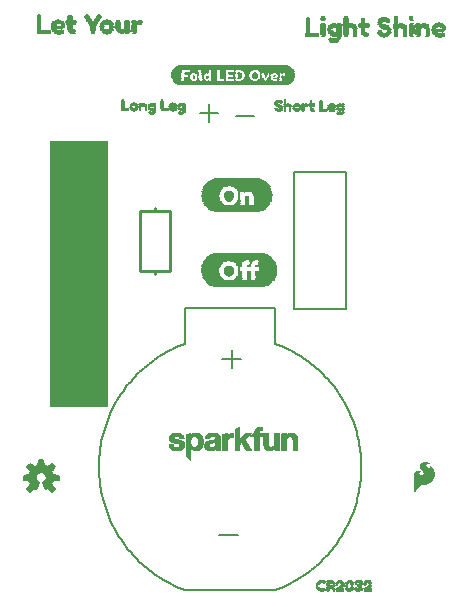
<source format=gto>
G75*
%MOIN*%
%OFA0B0*%
%FSLAX25Y25*%
%IPPOS*%
%LPD*%
%AMOC8*
5,1,8,0,0,1.08239X$1,22.5*
%
%ADD10C,0.00800*%
%ADD11R,0.19500X0.89000*%
%ADD12C,0.00591*%
%ADD13C,0.01000*%
%ADD14C,0.00300*%
%ADD15R,0.01102X0.00157*%
%ADD16R,0.01575X0.00157*%
%ADD17R,0.00945X0.00157*%
%ADD18R,0.01732X0.00157*%
%ADD19R,0.02205X0.00157*%
%ADD20R,0.02362X0.00157*%
%ADD21R,0.02520X0.00157*%
%ADD22R,0.01890X0.00157*%
%ADD23R,0.02047X0.00157*%
%ADD24R,0.02677X0.00157*%
%ADD25R,0.02835X0.00157*%
%ADD26R,0.02992X0.00157*%
%ADD27R,0.01260X0.00157*%
%ADD28R,0.00472X0.00157*%
%ADD29R,0.00787X0.00157*%
%ADD30R,0.01417X0.00157*%
%ADD31R,0.00630X0.00157*%
%ADD32R,0.36378X0.00157*%
%ADD33R,0.37323X0.00157*%
%ADD34R,0.37953X0.00157*%
%ADD35R,0.38583X0.00157*%
%ADD36R,0.38898X0.00157*%
%ADD37R,0.39213X0.00157*%
%ADD38R,0.39528X0.00157*%
%ADD39R,0.39843X0.00157*%
%ADD40R,0.08819X0.00157*%
%ADD41R,0.27559X0.00157*%
%ADD42R,0.08661X0.00157*%
%ADD43R,0.14173X0.00157*%
%ADD44R,0.12598X0.00157*%
%ADD45R,0.03150X0.00157*%
%ADD46R,0.03780X0.00157*%
%ADD47R,0.12126X0.00157*%
%ADD48R,0.00315X0.00157*%
%ADD49R,0.11969X0.00157*%
%ADD50R,0.11811X0.00157*%
%ADD51R,0.11654X0.00157*%
%ADD52R,0.03307X0.00157*%
%ADD53R,0.04882X0.00157*%
%ADD54R,0.03465X0.00157*%
%ADD55R,0.00157X0.00157*%
%ADD56R,0.04252X0.00157*%
%ADD57R,0.04409X0.00157*%
%ADD58R,0.04094X0.00157*%
%ADD59R,0.03937X0.00157*%
%ADD60R,0.00827X0.00236*%
%ADD61R,0.01654X0.00315*%
%ADD62R,0.01102X0.00315*%
%ADD63R,0.01378X0.00315*%
%ADD64R,0.01654X0.00276*%
%ADD65R,0.01378X0.00276*%
%ADD66R,0.01929X0.00276*%
%ADD67R,0.01654X0.00236*%
%ADD68R,0.01929X0.00236*%
%ADD69R,0.02205X0.00236*%
%ADD70R,0.01929X0.00315*%
%ADD71R,0.00551X0.00276*%
%ADD72R,0.02205X0.00276*%
%ADD73R,0.00827X0.00276*%
%ADD74R,0.03583X0.00276*%
%ADD75R,0.02480X0.00276*%
%ADD76R,0.03307X0.00276*%
%ADD77R,0.03031X0.00276*%
%ADD78R,0.03858X0.00276*%
%ADD79R,0.04134X0.00276*%
%ADD80R,0.04409X0.00276*%
%ADD81R,0.04685X0.00276*%
%ADD82R,0.02205X0.00315*%
%ADD83R,0.03583X0.00315*%
%ADD84R,0.02756X0.00315*%
%ADD85R,0.04685X0.00315*%
%ADD86R,0.00276X0.00276*%
%ADD87R,0.04685X0.00236*%
%ADD88R,0.04134X0.00236*%
%ADD89R,0.02756X0.00236*%
%ADD90R,0.04409X0.00236*%
%ADD91R,0.02756X0.00276*%
%ADD92R,0.03031X0.00236*%
%ADD93R,0.01378X0.00236*%
%ADD94R,0.02480X0.00236*%
%ADD95R,0.01102X0.00276*%
%ADD96R,0.03031X0.00315*%
%ADD97R,0.04134X0.00315*%
%ADD98R,0.03307X0.00315*%
%ADD99R,0.01102X0.00236*%
%ADD100R,0.03583X0.00236*%
%ADD101R,0.15157X0.00315*%
%ADD102R,0.16811X0.00276*%
%ADD103R,0.17913X0.00236*%
%ADD104R,0.19016X0.00276*%
%ADD105R,0.19567X0.00315*%
%ADD106R,0.20118X0.00236*%
%ADD107R,0.20669X0.00276*%
%ADD108R,0.21220X0.00276*%
%ADD109R,0.21772X0.00315*%
%ADD110R,0.07717X0.00276*%
%ADD111R,0.12953X0.00276*%
%ADD112R,0.07165X0.00236*%
%ADD113R,0.12402X0.00236*%
%ADD114R,0.06614X0.00315*%
%ADD115R,0.12126X0.00315*%
%ADD116R,0.06614X0.00276*%
%ADD117R,0.11850X0.00276*%
%ADD118R,0.06339X0.00276*%
%ADD119R,0.11575X0.00276*%
%ADD120R,0.06063X0.00236*%
%ADD121R,0.11575X0.00236*%
%ADD122R,0.06339X0.00315*%
%ADD123R,0.11575X0.00315*%
%ADD124R,0.06063X0.00276*%
%ADD125R,0.07441X0.00276*%
%ADD126R,0.06890X0.00276*%
%ADD127R,0.05787X0.00276*%
%ADD128R,0.05787X0.00315*%
%ADD129R,0.00827X0.00315*%
%ADD130R,0.06063X0.00315*%
%ADD131R,0.05512X0.00276*%
%ADD132R,0.06339X0.00236*%
%ADD133R,0.05512X0.00236*%
%ADD134R,0.05236X0.00276*%
%ADD135R,0.07165X0.00276*%
%ADD136R,0.21220X0.00236*%
%ADD137R,0.19567X0.00276*%
%ADD138R,0.15157X0.00276*%
%ADD139R,0.17362X0.00315*%
%ADD140R,0.21220X0.00315*%
%ADD141R,0.22323X0.00236*%
%ADD142R,0.22323X0.00276*%
%ADD143R,0.22874X0.00276*%
%ADD144R,0.13780X0.00315*%
%ADD145R,0.05512X0.00315*%
%ADD146R,0.07992X0.00276*%
%ADD147R,0.03307X0.00236*%
%ADD148R,0.06890X0.00315*%
%ADD149R,0.07165X0.00315*%
%ADD150R,0.06614X0.00236*%
%ADD151R,0.22874X0.00236*%
%ADD152R,0.17362X0.00276*%
%ADD153R,0.00394X0.88583*%
%ADD154R,0.00394X0.04331*%
%ADD155R,0.00394X0.00787*%
%ADD156R,0.00394X0.03150*%
%ADD157R,0.00394X0.05512*%
%ADD158R,0.00394X0.07874*%
%ADD159R,0.00394X0.02756*%
%ADD160R,0.00394X0.01181*%
%ADD161R,0.00394X0.07480*%
%ADD162R,0.00394X0.06299*%
%ADD163R,0.00394X0.28740*%
%ADD164R,0.00394X0.00394*%
%ADD165R,0.00394X0.17323*%
%ADD166R,0.00394X0.10630*%
%ADD167R,0.00394X0.01969*%
%ADD168R,0.00394X0.09449*%
%ADD169R,0.00394X0.06693*%
%ADD170R,0.00394X0.05906*%
%ADD171R,0.00394X0.02362*%
%ADD172R,0.00394X0.14173*%
%ADD173R,0.00394X0.07087*%
%ADD174R,0.00394X0.01575*%
%ADD175R,0.00394X0.03543*%
%ADD176R,0.00394X0.39764*%
%ADD177R,0.00394X0.26378*%
%ADD178R,0.00394X0.16929*%
%ADD179R,0.00394X0.25984*%
%ADD180R,0.00394X0.26772*%
%ADD181R,0.00394X0.17717*%
%ADD182R,0.00394X0.40945*%
%ADD183R,0.00394X0.28346*%
%ADD184R,0.00394X0.18504*%
D10*
X0081768Y0043504D02*
X0111689Y0043504D01*
X0099328Y0062004D02*
X0093190Y0062004D01*
X0111689Y0043504D02*
X0112688Y0043883D01*
X0113677Y0044286D01*
X0114656Y0044713D01*
X0115624Y0045164D01*
X0116581Y0045638D01*
X0117527Y0046135D01*
X0118459Y0046656D01*
X0119379Y0047199D01*
X0120285Y0047764D01*
X0121178Y0048352D01*
X0122055Y0048961D01*
X0122918Y0049591D01*
X0123764Y0050242D01*
X0124595Y0050913D01*
X0125409Y0051605D01*
X0126206Y0052316D01*
X0126985Y0053047D01*
X0127746Y0053796D01*
X0128489Y0054564D01*
X0129213Y0055349D01*
X0129917Y0056152D01*
X0130602Y0056972D01*
X0131266Y0057809D01*
X0131910Y0058661D01*
X0132533Y0059529D01*
X0133134Y0060411D01*
X0133714Y0061309D01*
X0134271Y0062220D01*
X0134807Y0063144D01*
X0135319Y0064081D01*
X0135808Y0065031D01*
X0136275Y0065992D01*
X0136717Y0066964D01*
X0137136Y0067947D01*
X0137530Y0068939D01*
X0137901Y0069941D01*
X0138246Y0070952D01*
X0138567Y0071971D01*
X0138863Y0072997D01*
X0139134Y0074030D01*
X0139379Y0075070D01*
X0139599Y0076115D01*
X0139794Y0077165D01*
X0139963Y0078220D01*
X0140105Y0079278D01*
X0140223Y0080340D01*
X0140314Y0081404D01*
X0140379Y0082471D01*
X0140418Y0083538D01*
X0140431Y0084606D01*
X0140418Y0085674D01*
X0140379Y0086741D01*
X0140314Y0087808D01*
X0140223Y0088872D01*
X0140105Y0089934D01*
X0139963Y0090992D01*
X0139794Y0092047D01*
X0139599Y0093097D01*
X0139379Y0094142D01*
X0139134Y0095182D01*
X0138863Y0096215D01*
X0138567Y0097241D01*
X0138246Y0098260D01*
X0137901Y0099271D01*
X0137530Y0100273D01*
X0137136Y0101265D01*
X0136717Y0102248D01*
X0136275Y0103220D01*
X0135808Y0104181D01*
X0135319Y0105131D01*
X0134807Y0106068D01*
X0134271Y0106992D01*
X0133714Y0107903D01*
X0133134Y0108801D01*
X0132533Y0109683D01*
X0131910Y0110551D01*
X0131266Y0111403D01*
X0130602Y0112240D01*
X0129917Y0113060D01*
X0129213Y0113863D01*
X0128489Y0114648D01*
X0127746Y0115416D01*
X0126985Y0116165D01*
X0126206Y0116896D01*
X0125409Y0117607D01*
X0124595Y0118299D01*
X0123764Y0118970D01*
X0122918Y0119621D01*
X0122055Y0120251D01*
X0121178Y0120860D01*
X0120285Y0121448D01*
X0119379Y0122013D01*
X0118459Y0122556D01*
X0117527Y0123077D01*
X0116581Y0123574D01*
X0115624Y0124048D01*
X0114656Y0124499D01*
X0113677Y0124926D01*
X0112688Y0125329D01*
X0111689Y0125708D01*
X0111689Y0125709D02*
X0111689Y0137441D01*
X0081768Y0137441D01*
X0081768Y0125709D01*
X0094190Y0120504D02*
X0100328Y0120504D01*
X0097259Y0123573D02*
X0097259Y0117435D01*
X0118165Y0137106D02*
X0135291Y0137106D01*
X0135291Y0182894D01*
X0118165Y0182894D01*
X0118165Y0137106D01*
X0081768Y0125708D02*
X0080769Y0125329D01*
X0079780Y0124926D01*
X0078801Y0124499D01*
X0077833Y0124048D01*
X0076876Y0123574D01*
X0075930Y0123077D01*
X0074998Y0122556D01*
X0074078Y0122013D01*
X0073172Y0121448D01*
X0072279Y0120860D01*
X0071402Y0120251D01*
X0070539Y0119621D01*
X0069693Y0118970D01*
X0068862Y0118299D01*
X0068048Y0117607D01*
X0067251Y0116896D01*
X0066472Y0116165D01*
X0065711Y0115416D01*
X0064968Y0114648D01*
X0064244Y0113863D01*
X0063540Y0113060D01*
X0062855Y0112240D01*
X0062191Y0111403D01*
X0061547Y0110551D01*
X0060924Y0109683D01*
X0060323Y0108801D01*
X0059743Y0107903D01*
X0059186Y0106992D01*
X0058650Y0106068D01*
X0058138Y0105131D01*
X0057649Y0104181D01*
X0057182Y0103220D01*
X0056740Y0102248D01*
X0056321Y0101265D01*
X0055927Y0100273D01*
X0055556Y0099271D01*
X0055211Y0098260D01*
X0054890Y0097241D01*
X0054594Y0096215D01*
X0054323Y0095182D01*
X0054078Y0094142D01*
X0053858Y0093097D01*
X0053663Y0092047D01*
X0053494Y0090992D01*
X0053352Y0089934D01*
X0053234Y0088872D01*
X0053143Y0087808D01*
X0053078Y0086741D01*
X0053039Y0085674D01*
X0053026Y0084606D01*
X0053039Y0083538D01*
X0053078Y0082471D01*
X0053143Y0081404D01*
X0053234Y0080340D01*
X0053352Y0079278D01*
X0053494Y0078220D01*
X0053663Y0077165D01*
X0053858Y0076115D01*
X0054078Y0075070D01*
X0054323Y0074030D01*
X0054594Y0072997D01*
X0054890Y0071971D01*
X0055211Y0070952D01*
X0055556Y0069941D01*
X0055927Y0068939D01*
X0056321Y0067947D01*
X0056740Y0066964D01*
X0057182Y0065992D01*
X0057649Y0065031D01*
X0058138Y0064081D01*
X0058650Y0063144D01*
X0059186Y0062220D01*
X0059743Y0061309D01*
X0060323Y0060411D01*
X0060924Y0059529D01*
X0061547Y0058661D01*
X0062191Y0057809D01*
X0062855Y0056972D01*
X0063540Y0056152D01*
X0064244Y0055349D01*
X0064968Y0054564D01*
X0065711Y0053796D01*
X0066472Y0053047D01*
X0067251Y0052316D01*
X0068048Y0051605D01*
X0068862Y0050913D01*
X0069693Y0050242D01*
X0070539Y0049591D01*
X0071402Y0048961D01*
X0072279Y0048352D01*
X0073172Y0047764D01*
X0074078Y0047199D01*
X0074998Y0046656D01*
X0075930Y0046135D01*
X0076876Y0045638D01*
X0077833Y0045164D01*
X0078801Y0044713D01*
X0079780Y0044286D01*
X0080769Y0043883D01*
X0081768Y0043504D01*
X0089759Y0199435D02*
X0089759Y0205573D01*
X0092828Y0202504D02*
X0086690Y0202504D01*
X0098690Y0201504D02*
X0104828Y0201504D01*
D11*
X0046478Y0149000D03*
D12*
X0034448Y0086861D02*
X0033009Y0086861D01*
X0032815Y0084956D01*
X0032175Y0084751D01*
X0031577Y0084443D01*
X0030093Y0085654D01*
X0029075Y0084636D01*
X0030285Y0083152D01*
X0029977Y0082554D01*
X0029772Y0081913D01*
X0027867Y0081720D01*
X0027867Y0080280D01*
X0029772Y0080087D01*
X0029977Y0079446D01*
X0030285Y0078848D01*
X0029075Y0077364D01*
X0030093Y0076346D01*
X0031577Y0077557D01*
X0032174Y0077249D01*
X0033022Y0079295D01*
X0032643Y0079507D01*
X0032325Y0079801D01*
X0032084Y0080162D01*
X0031934Y0080569D01*
X0031883Y0081000D01*
X0031936Y0081439D01*
X0032091Y0081852D01*
X0032341Y0082217D01*
X0032670Y0082511D01*
X0033059Y0082720D01*
X0033487Y0082829D01*
X0033929Y0082834D01*
X0034359Y0082734D01*
X0034753Y0082534D01*
X0035089Y0082246D01*
X0035346Y0081887D01*
X0035510Y0081477D01*
X0035573Y0081040D01*
X0035530Y0080600D01*
X0035383Y0080184D01*
X0035142Y0079814D01*
X0034820Y0079512D01*
X0034435Y0079295D01*
X0035282Y0077249D01*
X0035880Y0077557D01*
X0037364Y0076346D01*
X0038382Y0077364D01*
X0037172Y0078848D01*
X0037480Y0079446D01*
X0037685Y0080087D01*
X0039590Y0080280D01*
X0039590Y0081720D01*
X0037685Y0081913D01*
X0037480Y0082554D01*
X0037172Y0083152D01*
X0038382Y0084636D01*
X0037364Y0085654D01*
X0035880Y0084443D01*
X0035282Y0084751D01*
X0034642Y0084956D01*
X0034448Y0086861D01*
X0034481Y0086536D02*
X0032976Y0086536D01*
X0032916Y0085947D02*
X0034541Y0085947D01*
X0034601Y0085358D02*
X0032856Y0085358D01*
X0032229Y0084769D02*
X0035227Y0084769D01*
X0036279Y0084769D02*
X0038249Y0084769D01*
X0038010Y0084180D02*
X0029447Y0084180D01*
X0029208Y0084769D02*
X0031178Y0084769D01*
X0030455Y0085358D02*
X0029797Y0085358D01*
X0029927Y0083591D02*
X0037530Y0083591D01*
X0037249Y0083002D02*
X0030208Y0083002D01*
X0029932Y0082413D02*
X0032559Y0082413D01*
X0032081Y0081823D02*
X0028887Y0081823D01*
X0027867Y0081234D02*
X0031911Y0081234D01*
X0031925Y0080645D02*
X0027867Y0080645D01*
X0029782Y0080056D02*
X0032155Y0080056D01*
X0032714Y0079467D02*
X0029970Y0079467D01*
X0030270Y0078878D02*
X0032849Y0078878D01*
X0032605Y0078289D02*
X0029829Y0078289D01*
X0029349Y0077700D02*
X0032361Y0077700D01*
X0031030Y0077111D02*
X0029328Y0077111D01*
X0029917Y0076522D02*
X0030308Y0076522D01*
X0034851Y0078289D02*
X0037628Y0078289D01*
X0037187Y0078878D02*
X0034607Y0078878D01*
X0034741Y0079467D02*
X0037486Y0079467D01*
X0037675Y0080056D02*
X0035300Y0080056D01*
X0035534Y0080645D02*
X0039590Y0080645D01*
X0039590Y0081234D02*
X0035545Y0081234D01*
X0035372Y0081823D02*
X0038569Y0081823D01*
X0037525Y0082413D02*
X0034895Y0082413D01*
X0037001Y0085358D02*
X0037660Y0085358D01*
X0038108Y0077700D02*
X0035095Y0077700D01*
X0036427Y0077111D02*
X0038129Y0077111D01*
X0037540Y0076522D02*
X0037149Y0076522D01*
D13*
X0071728Y0149000D02*
X0071728Y0150000D01*
X0066728Y0150000D01*
X0066728Y0170000D01*
X0071728Y0170000D01*
X0071728Y0171000D01*
X0071728Y0170000D02*
X0076728Y0170000D01*
X0076728Y0150000D01*
X0071728Y0150000D01*
D14*
X0099858Y0097992D02*
X0098362Y0097126D01*
X0098362Y0090276D01*
X0099858Y0090276D01*
X0099858Y0092205D01*
X0100449Y0092795D01*
X0101984Y0090276D01*
X0103835Y0090276D01*
X0101512Y0093819D01*
X0103598Y0095866D01*
X0101787Y0095866D01*
X0099858Y0093858D01*
X0099858Y0097992D01*
X0099858Y0097911D02*
X0099718Y0097911D01*
X0099858Y0097613D02*
X0099203Y0097613D01*
X0098687Y0097314D02*
X0099858Y0097314D01*
X0099858Y0097016D02*
X0098362Y0097016D01*
X0098362Y0096717D02*
X0099858Y0096717D01*
X0099858Y0096419D02*
X0098362Y0096419D01*
X0098362Y0096120D02*
X0099858Y0096120D01*
X0099858Y0095822D02*
X0098362Y0095822D01*
X0098362Y0095523D02*
X0099858Y0095523D01*
X0099858Y0095225D02*
X0098362Y0095225D01*
X0098362Y0094926D02*
X0099858Y0094926D01*
X0099858Y0094628D02*
X0098362Y0094628D01*
X0098362Y0094329D02*
X0099858Y0094329D01*
X0099858Y0094031D02*
X0098362Y0094031D01*
X0098362Y0093732D02*
X0101569Y0093732D01*
X0101728Y0094031D02*
X0100024Y0094031D01*
X0100311Y0094329D02*
X0102032Y0094329D01*
X0102336Y0094628D02*
X0100597Y0094628D01*
X0100884Y0094926D02*
X0102640Y0094926D01*
X0102945Y0095225D02*
X0101171Y0095225D01*
X0101458Y0095523D02*
X0103249Y0095523D01*
X0103553Y0095822D02*
X0101745Y0095822D01*
X0103283Y0094843D02*
X0103402Y0094961D01*
X0103520Y0095079D01*
X0103677Y0095197D01*
X0103795Y0095354D01*
X0103913Y0095472D01*
X0104031Y0095591D01*
X0104189Y0095709D01*
X0104307Y0095866D01*
X0104780Y0095866D01*
X0104780Y0096299D01*
X0104819Y0096654D01*
X0104898Y0096969D01*
X0105055Y0097244D01*
X0105252Y0097480D01*
X0105488Y0097717D01*
X0105803Y0097835D01*
X0106197Y0097953D01*
X0106630Y0097992D01*
X0106945Y0097992D01*
X0107063Y0097953D01*
X0107457Y0097953D01*
X0107457Y0096811D01*
X0106748Y0096811D01*
X0106630Y0096772D01*
X0106512Y0096732D01*
X0106433Y0096693D01*
X0106394Y0096575D01*
X0106354Y0096496D01*
X0106315Y0096339D01*
X0106315Y0095866D01*
X0107378Y0095866D01*
X0107378Y0094843D01*
X0106315Y0094843D01*
X0106315Y0090276D01*
X0104780Y0090276D01*
X0104780Y0094252D01*
X0104780Y0094843D01*
X0103283Y0094843D01*
X0103367Y0094926D02*
X0107378Y0094926D01*
X0107378Y0095225D02*
X0103698Y0095225D01*
X0103964Y0095523D02*
X0107378Y0095523D01*
X0107378Y0095822D02*
X0104274Y0095822D01*
X0104780Y0096120D02*
X0106315Y0096120D01*
X0106335Y0096419D02*
X0104793Y0096419D01*
X0104835Y0096717D02*
X0106482Y0096717D01*
X0107457Y0097016D02*
X0104925Y0097016D01*
X0105114Y0097314D02*
X0107457Y0097314D01*
X0107457Y0097613D02*
X0105384Y0097613D01*
X0106058Y0097911D02*
X0107457Y0097911D01*
X0107811Y0095866D02*
X0109346Y0095866D01*
X0109346Y0092402D01*
X0109386Y0092126D01*
X0109465Y0091890D01*
X0109543Y0091693D01*
X0109701Y0091535D01*
X0109858Y0091417D01*
X0110055Y0091378D01*
X0110331Y0091339D01*
X0110606Y0091378D01*
X0110843Y0091417D01*
X0111039Y0091535D01*
X0111236Y0091732D01*
X0111354Y0091929D01*
X0111433Y0092205D01*
X0111472Y0092559D01*
X0111512Y0092953D01*
X0111512Y0095866D01*
X0113008Y0095866D01*
X0113008Y0090984D01*
X0113008Y0090276D01*
X0111551Y0090276D01*
X0111551Y0091063D01*
X0111394Y0090827D01*
X0111197Y0090669D01*
X0111000Y0090472D01*
X0110803Y0090354D01*
X0110567Y0090276D01*
X0110331Y0090197D01*
X0110094Y0090157D01*
X0109819Y0090118D01*
X0109268Y0090197D01*
X0108835Y0090315D01*
X0108480Y0090512D01*
X0108205Y0090748D01*
X0108008Y0091102D01*
X0107890Y0091496D01*
X0107811Y0091929D01*
X0107811Y0095866D01*
X0107811Y0095822D02*
X0109346Y0095822D01*
X0109346Y0095523D02*
X0107811Y0095523D01*
X0107811Y0095225D02*
X0109346Y0095225D01*
X0109346Y0094926D02*
X0107811Y0094926D01*
X0107811Y0094628D02*
X0109346Y0094628D01*
X0109346Y0094329D02*
X0107811Y0094329D01*
X0107811Y0094031D02*
X0109346Y0094031D01*
X0109346Y0093732D02*
X0107811Y0093732D01*
X0107811Y0093434D02*
X0109346Y0093434D01*
X0109346Y0093135D02*
X0107811Y0093135D01*
X0107811Y0092837D02*
X0109346Y0092837D01*
X0109346Y0092538D02*
X0107811Y0092538D01*
X0107811Y0092239D02*
X0109370Y0092239D01*
X0109447Y0091941D02*
X0107811Y0091941D01*
X0107863Y0091642D02*
X0109594Y0091642D01*
X0110293Y0091344D02*
X0107935Y0091344D01*
X0108040Y0091045D02*
X0111539Y0091045D01*
X0111551Y0091045D02*
X0113008Y0091045D01*
X0113008Y0090747D02*
X0111551Y0090747D01*
X0111294Y0090747D02*
X0108206Y0090747D01*
X0108594Y0090448D02*
X0110960Y0090448D01*
X0111551Y0090448D02*
X0113008Y0090448D01*
X0113835Y0090448D02*
X0115370Y0090448D01*
X0115370Y0090276D02*
X0113835Y0090276D01*
X0113835Y0095157D01*
X0113874Y0095866D01*
X0115291Y0095866D01*
X0115291Y0095079D01*
X0115331Y0095079D01*
X0115488Y0095315D01*
X0115646Y0095512D01*
X0115882Y0095669D01*
X0116079Y0095787D01*
X0116315Y0095866D01*
X0116551Y0095945D01*
X0116787Y0095984D01*
X0117024Y0096024D01*
X0117575Y0095945D01*
X0118047Y0095827D01*
X0118402Y0095630D01*
X0118638Y0095394D01*
X0118835Y0095039D01*
X0118992Y0094646D01*
X0119031Y0094213D01*
X0119071Y0093701D01*
X0119071Y0090276D01*
X0117535Y0090276D01*
X0117535Y0093740D01*
X0117496Y0094016D01*
X0117417Y0094252D01*
X0117299Y0094449D01*
X0117181Y0094606D01*
X0117024Y0094724D01*
X0116787Y0094764D01*
X0116551Y0094803D01*
X0116276Y0094764D01*
X0116000Y0094724D01*
X0115803Y0094606D01*
X0115646Y0094409D01*
X0115528Y0094213D01*
X0115449Y0093937D01*
X0115370Y0093583D01*
X0115370Y0090276D01*
X0115370Y0090747D02*
X0113835Y0090747D01*
X0113835Y0091045D02*
X0115370Y0091045D01*
X0115370Y0091344D02*
X0113835Y0091344D01*
X0113835Y0091642D02*
X0115370Y0091642D01*
X0115370Y0091941D02*
X0113835Y0091941D01*
X0113835Y0092239D02*
X0115370Y0092239D01*
X0115370Y0092538D02*
X0113835Y0092538D01*
X0113835Y0092837D02*
X0115370Y0092837D01*
X0115370Y0093135D02*
X0113835Y0093135D01*
X0113835Y0093434D02*
X0115370Y0093434D01*
X0115403Y0093732D02*
X0113835Y0093732D01*
X0113835Y0094031D02*
X0115476Y0094031D01*
X0115597Y0094329D02*
X0113835Y0094329D01*
X0113835Y0094628D02*
X0115839Y0094628D01*
X0115428Y0095225D02*
X0118732Y0095225D01*
X0118880Y0094926D02*
X0113835Y0094926D01*
X0113838Y0095225D02*
X0115291Y0095225D01*
X0115291Y0095523D02*
X0113855Y0095523D01*
X0113872Y0095822D02*
X0115291Y0095822D01*
X0115663Y0095523D02*
X0118508Y0095523D01*
X0118057Y0095822D02*
X0116181Y0095822D01*
X0117153Y0094628D02*
X0118994Y0094628D01*
X0119021Y0094329D02*
X0117371Y0094329D01*
X0117491Y0094031D02*
X0119045Y0094031D01*
X0119068Y0093732D02*
X0117535Y0093732D01*
X0117535Y0093434D02*
X0119071Y0093434D01*
X0119071Y0093135D02*
X0117535Y0093135D01*
X0117535Y0092837D02*
X0119071Y0092837D01*
X0119071Y0092538D02*
X0117535Y0092538D01*
X0117535Y0092239D02*
X0119071Y0092239D01*
X0119071Y0091941D02*
X0117535Y0091941D01*
X0117535Y0091642D02*
X0119071Y0091642D01*
X0119071Y0091344D02*
X0117535Y0091344D01*
X0117535Y0091045D02*
X0119071Y0091045D01*
X0119071Y0090747D02*
X0117535Y0090747D01*
X0117535Y0090448D02*
X0119071Y0090448D01*
X0113008Y0091344D02*
X0110368Y0091344D01*
X0111146Y0091642D02*
X0113008Y0091642D01*
X0113008Y0091941D02*
X0111358Y0091941D01*
X0111437Y0092239D02*
X0113008Y0092239D01*
X0113008Y0092538D02*
X0111470Y0092538D01*
X0111500Y0092837D02*
X0113008Y0092837D01*
X0113008Y0093135D02*
X0111512Y0093135D01*
X0111512Y0093434D02*
X0113008Y0093434D01*
X0113008Y0093732D02*
X0111512Y0093732D01*
X0111512Y0094031D02*
X0113008Y0094031D01*
X0113008Y0094329D02*
X0111512Y0094329D01*
X0111512Y0094628D02*
X0113008Y0094628D01*
X0113008Y0094926D02*
X0111512Y0094926D01*
X0111512Y0095225D02*
X0113008Y0095225D01*
X0113008Y0095523D02*
X0111512Y0095523D01*
X0111512Y0095822D02*
X0113008Y0095822D01*
X0110041Y0090150D02*
X0109596Y0090150D01*
X0106315Y0090448D02*
X0104780Y0090448D01*
X0104780Y0090747D02*
X0106315Y0090747D01*
X0106315Y0091045D02*
X0104780Y0091045D01*
X0104780Y0091344D02*
X0106315Y0091344D01*
X0106315Y0091642D02*
X0104780Y0091642D01*
X0104780Y0091941D02*
X0106315Y0091941D01*
X0106315Y0092239D02*
X0104780Y0092239D01*
X0104780Y0092538D02*
X0106315Y0092538D01*
X0106315Y0092837D02*
X0104780Y0092837D01*
X0104780Y0093135D02*
X0106315Y0093135D01*
X0106315Y0093434D02*
X0104780Y0093434D01*
X0104780Y0093732D02*
X0106315Y0093732D01*
X0106315Y0094031D02*
X0104780Y0094031D01*
X0104780Y0094329D02*
X0106315Y0094329D01*
X0106315Y0094628D02*
X0104780Y0094628D01*
X0102156Y0092837D02*
X0098362Y0092837D01*
X0098362Y0093135D02*
X0101960Y0093135D01*
X0101764Y0093434D02*
X0098362Y0093434D01*
X0098362Y0092538D02*
X0100192Y0092538D01*
X0100606Y0092538D02*
X0102352Y0092538D01*
X0102547Y0092239D02*
X0100788Y0092239D01*
X0100969Y0091941D02*
X0102743Y0091941D01*
X0102939Y0091642D02*
X0101151Y0091642D01*
X0101333Y0091344D02*
X0103134Y0091344D01*
X0103330Y0091045D02*
X0101515Y0091045D01*
X0101697Y0090747D02*
X0103526Y0090747D01*
X0103721Y0090448D02*
X0101879Y0090448D01*
X0099858Y0090448D02*
X0098362Y0090448D01*
X0098362Y0090747D02*
X0099858Y0090747D01*
X0099858Y0091045D02*
X0098362Y0091045D01*
X0098362Y0091344D02*
X0099858Y0091344D01*
X0099858Y0091642D02*
X0098362Y0091642D01*
X0098362Y0091941D02*
X0099858Y0091941D01*
X0099893Y0092239D02*
X0098362Y0092239D01*
X0097732Y0094528D02*
X0097693Y0094528D01*
X0097614Y0094567D01*
X0097181Y0094567D01*
X0096787Y0094528D01*
X0096472Y0094449D01*
X0096236Y0094291D01*
X0096000Y0094055D01*
X0095882Y0093780D01*
X0095764Y0093504D01*
X0095685Y0093150D01*
X0095685Y0090276D01*
X0094150Y0090276D01*
X0094150Y0094921D01*
X0094150Y0095591D01*
X0094346Y0095630D01*
X0094543Y0095669D01*
X0094701Y0095709D01*
X0094898Y0095709D01*
X0095094Y0095748D01*
X0095252Y0095787D01*
X0095449Y0095827D01*
X0095606Y0095866D01*
X0095606Y0094803D01*
X0095646Y0094803D01*
X0095764Y0095079D01*
X0095921Y0095315D01*
X0096118Y0095512D01*
X0096354Y0095669D01*
X0096591Y0095827D01*
X0096866Y0095906D01*
X0097142Y0095984D01*
X0097693Y0095984D01*
X0097732Y0095945D01*
X0097732Y0094528D01*
X0097732Y0094628D02*
X0094150Y0094628D01*
X0094150Y0094926D02*
X0095606Y0094926D01*
X0095698Y0094926D02*
X0097732Y0094926D01*
X0097732Y0095225D02*
X0095861Y0095225D01*
X0095606Y0095225D02*
X0094150Y0095225D01*
X0094150Y0095523D02*
X0095606Y0095523D01*
X0095606Y0095822D02*
X0095423Y0095822D01*
X0096135Y0095523D02*
X0097732Y0095523D01*
X0097732Y0095822D02*
X0096583Y0095822D01*
X0096293Y0094329D02*
X0094150Y0094329D01*
X0094150Y0094031D02*
X0095989Y0094031D01*
X0095862Y0093732D02*
X0094150Y0093732D01*
X0094150Y0093434D02*
X0095748Y0093434D01*
X0095685Y0093135D02*
X0094150Y0093135D01*
X0094150Y0092837D02*
X0095685Y0092837D01*
X0095685Y0092538D02*
X0094150Y0092538D01*
X0094150Y0092239D02*
X0095685Y0092239D01*
X0095685Y0091941D02*
X0094150Y0091941D01*
X0094150Y0091642D02*
X0095685Y0091642D01*
X0095685Y0091344D02*
X0094150Y0091344D01*
X0094150Y0091045D02*
X0095685Y0091045D01*
X0095685Y0090747D02*
X0094150Y0090747D01*
X0094150Y0090448D02*
X0095685Y0090448D01*
X0093480Y0090315D02*
X0093480Y0090276D01*
X0091945Y0090276D01*
X0091945Y0090354D01*
X0091906Y0090394D01*
X0091906Y0090433D01*
X0091866Y0090472D01*
X0091866Y0090709D01*
X0091827Y0090748D01*
X0091827Y0090827D01*
X0091748Y0090748D01*
X0091669Y0090630D01*
X0091551Y0090551D01*
X0091433Y0090512D01*
X0091315Y0090433D01*
X0091236Y0090394D01*
X0091118Y0090315D01*
X0091000Y0090276D01*
X0090843Y0090236D01*
X0090724Y0090197D01*
X0090606Y0090197D01*
X0090488Y0090157D01*
X0090213Y0090157D01*
X0090094Y0090118D01*
X0089780Y0090118D01*
X0089583Y0090157D01*
X0089386Y0090157D01*
X0089228Y0090236D01*
X0089071Y0090276D01*
X0088913Y0090354D01*
X0088756Y0090433D01*
X0088638Y0090512D01*
X0088520Y0090630D01*
X0088402Y0090748D01*
X0088283Y0090906D01*
X0088205Y0091063D01*
X0088165Y0091220D01*
X0088126Y0091378D01*
X0088087Y0091575D01*
X0088087Y0091772D01*
X0088126Y0092205D01*
X0088244Y0092559D01*
X0088441Y0092835D01*
X0088677Y0093071D01*
X0088953Y0093228D01*
X0089268Y0093346D01*
X0089622Y0093425D01*
X0089937Y0093465D01*
X0090252Y0092638D01*
X0090173Y0092598D01*
X0090094Y0092559D01*
X0090016Y0092520D01*
X0089937Y0092480D01*
X0089858Y0092441D01*
X0089819Y0092402D01*
X0089780Y0092362D01*
X0089701Y0092283D01*
X0089661Y0092205D01*
X0089622Y0092126D01*
X0089622Y0091969D01*
X0089583Y0091850D01*
X0089622Y0091772D01*
X0089622Y0091693D01*
X0089661Y0091575D01*
X0089661Y0091535D01*
X0089701Y0091457D01*
X0089780Y0091378D01*
X0089819Y0091339D01*
X0089898Y0091299D01*
X0089937Y0091260D01*
X0090016Y0091220D01*
X0090094Y0091220D01*
X0090173Y0091181D01*
X0090764Y0091181D01*
X0090921Y0091220D01*
X0091079Y0091260D01*
X0091236Y0091299D01*
X0091354Y0091378D01*
X0091472Y0091496D01*
X0091551Y0091575D01*
X0091591Y0091693D01*
X0091669Y0091772D01*
X0091709Y0091890D01*
X0091709Y0092008D01*
X0091748Y0092087D01*
X0091748Y0092205D01*
X0091787Y0092283D01*
X0091787Y0093031D01*
X0091709Y0092992D01*
X0091669Y0092953D01*
X0091591Y0092913D01*
X0091551Y0092874D01*
X0091472Y0092874D01*
X0091394Y0092835D01*
X0091315Y0092795D01*
X0091118Y0092795D01*
X0090961Y0093622D01*
X0091236Y0093661D01*
X0091472Y0093740D01*
X0091630Y0093858D01*
X0091748Y0094016D01*
X0091787Y0094213D01*
X0091787Y0094331D01*
X0091748Y0094449D01*
X0091748Y0094528D01*
X0091709Y0094606D01*
X0091669Y0094685D01*
X0091591Y0094764D01*
X0091551Y0094803D01*
X0091472Y0094843D01*
X0091394Y0094882D01*
X0091315Y0094921D01*
X0091236Y0094921D01*
X0091157Y0094961D01*
X0090882Y0094961D01*
X0090803Y0095000D01*
X0090685Y0094961D01*
X0090488Y0094961D01*
X0090370Y0094921D01*
X0090291Y0094921D01*
X0090213Y0094882D01*
X0090134Y0094843D01*
X0090094Y0094803D01*
X0090016Y0094724D01*
X0089976Y0094685D01*
X0089898Y0094606D01*
X0089858Y0094528D01*
X0089819Y0094449D01*
X0089819Y0094331D01*
X0089780Y0094252D01*
X0089780Y0094134D01*
X0088244Y0094134D01*
X0088283Y0094409D01*
X0088323Y0094606D01*
X0088402Y0094843D01*
X0088520Y0095039D01*
X0088638Y0095197D01*
X0088795Y0095354D01*
X0088953Y0095472D01*
X0089110Y0095591D01*
X0089307Y0095709D01*
X0089504Y0095787D01*
X0089701Y0095866D01*
X0089937Y0095906D01*
X0090173Y0095945D01*
X0090409Y0095984D01*
X0091276Y0095984D01*
X0091512Y0095945D01*
X0091709Y0095945D01*
X0091906Y0095906D01*
X0092142Y0095827D01*
X0092299Y0095787D01*
X0092496Y0095709D01*
X0092654Y0095630D01*
X0092811Y0095512D01*
X0092969Y0095354D01*
X0093087Y0095236D01*
X0093165Y0095039D01*
X0093244Y0094882D01*
X0093283Y0094646D01*
X0093323Y0094409D01*
X0093323Y0090866D01*
X0093362Y0090787D01*
X0093362Y0090630D01*
X0093402Y0090551D01*
X0093402Y0090512D01*
X0093441Y0090433D01*
X0093441Y0090394D01*
X0093480Y0090315D01*
X0093433Y0090448D02*
X0091890Y0090448D01*
X0091828Y0090747D02*
X0093362Y0090747D01*
X0093323Y0091045D02*
X0088214Y0091045D01*
X0088134Y0091344D02*
X0089814Y0091344D01*
X0089639Y0091642D02*
X0088087Y0091642D01*
X0088102Y0091941D02*
X0089613Y0091941D01*
X0089679Y0092239D02*
X0088138Y0092239D01*
X0088237Y0092538D02*
X0090052Y0092538D01*
X0090252Y0092638D02*
X0089937Y0093465D01*
X0090291Y0093543D01*
X0090646Y0093583D01*
X0090961Y0093622D01*
X0091118Y0092795D01*
X0091039Y0092756D01*
X0090882Y0092756D01*
X0090764Y0092717D01*
X0090606Y0092717D01*
X0090488Y0092677D01*
X0090409Y0092677D01*
X0090331Y0092638D01*
X0090252Y0092638D01*
X0090176Y0092837D02*
X0088443Y0092837D01*
X0088789Y0093135D02*
X0090063Y0093135D01*
X0091053Y0093135D01*
X0093323Y0093135D01*
X0093323Y0092837D02*
X0091787Y0092837D01*
X0091787Y0092538D02*
X0093323Y0092538D01*
X0093323Y0092239D02*
X0091765Y0092239D01*
X0091709Y0091941D02*
X0093323Y0091941D01*
X0093323Y0091642D02*
X0091574Y0091642D01*
X0091303Y0091344D02*
X0093323Y0091344D01*
X0091747Y0090747D02*
X0088403Y0090747D01*
X0088733Y0090448D02*
X0091338Y0090448D01*
X0090190Y0090150D02*
X0089621Y0090150D01*
X0087299Y0091457D02*
X0085961Y0092087D01*
X0085803Y0091850D01*
X0085646Y0091614D01*
X0085409Y0091457D01*
X0085134Y0091339D01*
X0084780Y0091299D01*
X0084425Y0091339D01*
X0084150Y0091457D01*
X0083913Y0091614D01*
X0083756Y0091850D01*
X0083598Y0092087D01*
X0083520Y0092402D01*
X0083441Y0092717D01*
X0083441Y0093386D01*
X0083520Y0093701D01*
X0083598Y0094016D01*
X0083717Y0094291D01*
X0083913Y0094528D01*
X0084150Y0094685D01*
X0084425Y0094803D01*
X0084780Y0094843D01*
X0085094Y0094803D01*
X0085370Y0094685D01*
X0085606Y0094528D01*
X0085803Y0094291D01*
X0085921Y0094016D01*
X0086039Y0093701D01*
X0086079Y0093386D01*
X0086118Y0093071D01*
X0087614Y0093031D01*
X0087614Y0093583D01*
X0087496Y0094134D01*
X0087299Y0094646D01*
X0087024Y0095118D01*
X0086669Y0095472D01*
X0086236Y0095748D01*
X0085724Y0095945D01*
X0085094Y0096024D01*
X0084858Y0095984D01*
X0084622Y0095945D01*
X0084386Y0095906D01*
X0084150Y0095787D01*
X0083953Y0095669D01*
X0083756Y0095551D01*
X0083598Y0095354D01*
X0083441Y0095157D01*
X0083441Y0095866D01*
X0083244Y0095827D01*
X0083087Y0095787D01*
X0082890Y0095748D01*
X0082693Y0095709D01*
X0082535Y0095709D01*
X0082339Y0095669D01*
X0082181Y0095630D01*
X0081984Y0095591D01*
X0081984Y0088346D01*
X0082181Y0088150D01*
X0082378Y0087992D01*
X0082535Y0087835D01*
X0082732Y0087638D01*
X0082929Y0087480D01*
X0083126Y0087323D01*
X0083323Y0087126D01*
X0083520Y0086969D01*
X0083520Y0090984D01*
X0083677Y0090787D01*
X0083835Y0090630D01*
X0084031Y0090472D01*
X0084228Y0090354D01*
X0084465Y0090276D01*
X0084701Y0090197D01*
X0084937Y0090157D01*
X0085173Y0090157D01*
X0085764Y0090197D01*
X0086276Y0090394D01*
X0086669Y0090669D01*
X0087024Y0091024D01*
X0087299Y0091457D01*
X0085961Y0092087D01*
X0086039Y0092402D01*
X0086079Y0092717D01*
X0086118Y0093071D01*
X0087614Y0093031D01*
X0087575Y0092480D01*
X0087496Y0091929D01*
X0087299Y0091457D01*
X0087227Y0091344D02*
X0085146Y0091344D01*
X0085665Y0091642D02*
X0086904Y0091642D01*
X0087377Y0091642D01*
X0087498Y0091941D02*
X0086270Y0091941D01*
X0085864Y0091941D01*
X0085999Y0092239D02*
X0087540Y0092239D01*
X0087579Y0092538D02*
X0086056Y0092538D01*
X0086092Y0092837D02*
X0087600Y0092837D01*
X0087614Y0093135D02*
X0086110Y0093135D01*
X0086073Y0093434D02*
X0087614Y0093434D01*
X0087582Y0093732D02*
X0086028Y0093732D01*
X0085915Y0094031D02*
X0087518Y0094031D01*
X0087421Y0094329D02*
X0085772Y0094329D01*
X0085456Y0094628D02*
X0087306Y0094628D01*
X0087136Y0094926D02*
X0081984Y0094926D01*
X0081984Y0094628D02*
X0084063Y0094628D01*
X0083748Y0094329D02*
X0081984Y0094329D01*
X0081984Y0094031D02*
X0083605Y0094031D01*
X0083527Y0093732D02*
X0081984Y0093732D01*
X0081984Y0093434D02*
X0083453Y0093434D01*
X0083441Y0093135D02*
X0081984Y0093135D01*
X0081984Y0092837D02*
X0083441Y0092837D01*
X0083486Y0092538D02*
X0081984Y0092538D01*
X0081984Y0092239D02*
X0083560Y0092239D01*
X0083696Y0091941D02*
X0081984Y0091941D01*
X0081984Y0091642D02*
X0083895Y0091642D01*
X0084413Y0091344D02*
X0081984Y0091344D01*
X0081984Y0091045D02*
X0087038Y0091045D01*
X0086747Y0090747D02*
X0083718Y0090747D01*
X0083520Y0090747D02*
X0081984Y0090747D01*
X0081984Y0090448D02*
X0083520Y0090448D01*
X0083520Y0090150D02*
X0081984Y0090150D01*
X0081984Y0089851D02*
X0083520Y0089851D01*
X0083520Y0089553D02*
X0081984Y0089553D01*
X0081984Y0089254D02*
X0083520Y0089254D01*
X0083520Y0088956D02*
X0081984Y0088956D01*
X0081984Y0088657D02*
X0083520Y0088657D01*
X0083520Y0088359D02*
X0081984Y0088359D01*
X0082293Y0088060D02*
X0083520Y0088060D01*
X0083520Y0087762D02*
X0082608Y0087762D01*
X0082950Y0087463D02*
X0083520Y0087463D01*
X0083520Y0087165D02*
X0083284Y0087165D01*
X0084072Y0090448D02*
X0086354Y0090448D01*
X0089689Y0093434D02*
X0089949Y0093434D01*
X0090997Y0093434D01*
X0093323Y0093434D01*
X0093323Y0093732D02*
X0091448Y0093732D01*
X0091751Y0094031D02*
X0093323Y0094031D01*
X0093323Y0094329D02*
X0091787Y0094329D01*
X0091698Y0094628D02*
X0093286Y0094628D01*
X0093222Y0094926D02*
X0091227Y0094926D01*
X0090385Y0094926D02*
X0088452Y0094926D01*
X0088330Y0094628D02*
X0089919Y0094628D01*
X0089818Y0094329D02*
X0088272Y0094329D01*
X0088666Y0095225D02*
X0093091Y0095225D01*
X0092796Y0095523D02*
X0089020Y0095523D01*
X0089589Y0095822D02*
X0092162Y0095822D01*
X0091397Y0092837D02*
X0091110Y0092837D01*
X0090176Y0092837D01*
X0086917Y0095225D02*
X0083495Y0095225D01*
X0083441Y0095225D02*
X0081984Y0095225D01*
X0081984Y0095523D02*
X0083441Y0095523D01*
X0083733Y0095523D02*
X0086590Y0095523D01*
X0086045Y0095822D02*
X0084218Y0095822D01*
X0083441Y0095822D02*
X0083223Y0095822D01*
X0081022Y0094926D02*
X0079248Y0094926D01*
X0079268Y0094921D02*
X0079110Y0094961D01*
X0078913Y0095000D01*
X0078559Y0095000D01*
X0078441Y0094961D01*
X0078283Y0094961D01*
X0078165Y0094921D01*
X0078047Y0094843D01*
X0077929Y0094764D01*
X0077890Y0094646D01*
X0077850Y0094488D01*
X0077890Y0094291D01*
X0078008Y0094134D01*
X0078165Y0094016D01*
X0078402Y0093937D01*
X0078677Y0093858D01*
X0078953Y0093780D01*
X0079268Y0093740D01*
X0079583Y0093661D01*
X0079937Y0093583D01*
X0080252Y0093465D01*
X0080528Y0093346D01*
X0080803Y0093189D01*
X0081039Y0092992D01*
X0081197Y0092756D01*
X0081315Y0092441D01*
X0081354Y0092087D01*
X0081315Y0091575D01*
X0081118Y0091181D01*
X0080882Y0090827D01*
X0080567Y0090591D01*
X0080173Y0090394D01*
X0079740Y0090236D01*
X0079268Y0090157D01*
X0078323Y0090157D01*
X0077850Y0090236D01*
X0077417Y0090394D01*
X0077024Y0090591D01*
X0076709Y0090827D01*
X0076433Y0091181D01*
X0076276Y0091614D01*
X0076197Y0092087D01*
X0077457Y0092087D01*
X0077654Y0092087D01*
X0077693Y0091850D01*
X0077772Y0091693D01*
X0077850Y0091496D01*
X0078008Y0091378D01*
X0078205Y0091299D01*
X0078402Y0091220D01*
X0078598Y0091181D01*
X0078835Y0091142D01*
X0078992Y0091181D01*
X0079150Y0091181D01*
X0079346Y0091260D01*
X0079504Y0091299D01*
X0079622Y0091417D01*
X0079740Y0091535D01*
X0079819Y0091693D01*
X0079819Y0091890D01*
X0079780Y0092047D01*
X0079701Y0092165D01*
X0079583Y0092283D01*
X0079386Y0092402D01*
X0079110Y0092480D01*
X0078835Y0092559D01*
X0078480Y0092638D01*
X0078087Y0092717D01*
X0077772Y0092835D01*
X0077457Y0092913D01*
X0077142Y0093031D01*
X0076866Y0093189D01*
X0076669Y0093386D01*
X0076472Y0093583D01*
X0076354Y0093898D01*
X0076315Y0094213D01*
X0076394Y0094724D01*
X0076551Y0095118D01*
X0076787Y0095394D01*
X0077102Y0095630D01*
X0077457Y0095827D01*
X0077850Y0095945D01*
X0078283Y0095984D01*
X0078756Y0096024D01*
X0079189Y0095984D01*
X0079622Y0095945D01*
X0080016Y0095827D01*
X0080370Y0095630D01*
X0080685Y0095394D01*
X0080961Y0095079D01*
X0081118Y0094685D01*
X0081197Y0094252D01*
X0079740Y0094252D01*
X0079701Y0094449D01*
X0079661Y0094606D01*
X0079543Y0094724D01*
X0079425Y0094843D01*
X0079268Y0094921D01*
X0079640Y0094628D02*
X0081129Y0094628D01*
X0081183Y0094329D02*
X0079725Y0094329D01*
X0079300Y0093732D02*
X0076416Y0093732D01*
X0076338Y0094031D02*
X0078146Y0094031D01*
X0077882Y0094329D02*
X0076333Y0094329D01*
X0076379Y0094628D02*
X0077885Y0094628D01*
X0078180Y0094926D02*
X0076474Y0094926D01*
X0076642Y0095225D02*
X0080833Y0095225D01*
X0080513Y0095523D02*
X0076960Y0095523D01*
X0077447Y0095822D02*
X0080025Y0095822D01*
X0080324Y0093434D02*
X0076622Y0093434D01*
X0076961Y0093135D02*
X0080868Y0093135D01*
X0081143Y0092837D02*
X0077764Y0092837D01*
X0077678Y0091941D02*
X0076221Y0091941D01*
X0076271Y0091642D02*
X0077792Y0091642D01*
X0078093Y0091344D02*
X0076374Y0091344D01*
X0076539Y0091045D02*
X0081028Y0091045D01*
X0081200Y0091344D02*
X0079549Y0091344D01*
X0079794Y0091642D02*
X0081320Y0091642D01*
X0081343Y0091941D02*
X0079806Y0091941D01*
X0079627Y0092239D02*
X0081337Y0092239D01*
X0081279Y0092538D02*
X0078908Y0092538D01*
X0080283Y0090448D02*
X0077308Y0090448D01*
X0076815Y0090747D02*
X0080775Y0090747D01*
X0157988Y0081811D02*
X0157988Y0076417D01*
X0158185Y0076614D01*
X0158303Y0076811D01*
X0158500Y0077008D01*
X0158697Y0077244D01*
X0159169Y0077717D01*
X0159642Y0078268D01*
X0160035Y0078661D01*
X0160429Y0078898D01*
X0160665Y0078937D01*
X0161413Y0078937D01*
X0161886Y0079016D01*
X0162319Y0079134D01*
X0162713Y0079291D01*
X0163106Y0079528D01*
X0163421Y0079803D01*
X0163736Y0080118D01*
X0164012Y0080472D01*
X0164406Y0081181D01*
X0164602Y0081929D01*
X0164642Y0082598D01*
X0164524Y0083228D01*
X0164327Y0083819D01*
X0164051Y0084252D01*
X0163736Y0084606D01*
X0163421Y0084803D01*
X0163421Y0084449D01*
X0163382Y0084331D01*
X0163343Y0084252D01*
X0163224Y0084134D01*
X0163106Y0084094D01*
X0162988Y0084094D01*
X0162673Y0084173D01*
X0162516Y0084252D01*
X0162398Y0084331D01*
X0162240Y0084449D01*
X0162004Y0084685D01*
X0161846Y0084921D01*
X0161807Y0085079D01*
X0161807Y0085315D01*
X0161846Y0085433D01*
X0161886Y0085512D01*
X0161965Y0085630D01*
X0162122Y0085748D01*
X0162280Y0085827D01*
X0162476Y0085866D01*
X0162634Y0085906D01*
X0162870Y0085906D01*
X0162949Y0085866D01*
X0162988Y0085866D01*
X0162949Y0085906D01*
X0162791Y0086024D01*
X0162240Y0086299D01*
X0161886Y0086378D01*
X0161492Y0086378D01*
X0161059Y0086299D01*
X0160626Y0086063D01*
X0160272Y0085787D01*
X0160075Y0085472D01*
X0159957Y0085118D01*
X0159957Y0084803D01*
X0160035Y0084449D01*
X0160232Y0084094D01*
X0160508Y0083780D01*
X0160823Y0083425D01*
X0161098Y0083150D01*
X0161217Y0082835D01*
X0161217Y0082559D01*
X0161138Y0082323D01*
X0160980Y0082126D01*
X0160744Y0081969D01*
X0160429Y0081890D01*
X0160114Y0081890D01*
X0159917Y0081929D01*
X0159720Y0082008D01*
X0159484Y0082244D01*
X0159406Y0082362D01*
X0159366Y0082480D01*
X0159366Y0082638D01*
X0159406Y0082756D01*
X0159642Y0082992D01*
X0159760Y0083031D01*
X0159917Y0083110D01*
X0159957Y0083150D01*
X0159799Y0083228D01*
X0159327Y0083228D01*
X0159091Y0083189D01*
X0158894Y0083150D01*
X0158697Y0083071D01*
X0158539Y0082953D01*
X0158343Y0082795D01*
X0158106Y0082402D01*
X0158028Y0082126D01*
X0157988Y0081811D01*
X0157988Y0081792D02*
X0164566Y0081792D01*
X0164612Y0082090D02*
X0160926Y0082090D01*
X0161160Y0082389D02*
X0164629Y0082389D01*
X0164625Y0082687D02*
X0161217Y0082687D01*
X0161160Y0082986D02*
X0164569Y0082986D01*
X0164505Y0083284D02*
X0160964Y0083284D01*
X0160683Y0083583D02*
X0164406Y0083583D01*
X0164287Y0083881D02*
X0160419Y0083881D01*
X0160185Y0084180D02*
X0162660Y0084180D01*
X0162211Y0084478D02*
X0160029Y0084478D01*
X0159963Y0084777D02*
X0161943Y0084777D01*
X0161808Y0085075D02*
X0159957Y0085075D01*
X0160042Y0085374D02*
X0161827Y0085374D01*
X0162021Y0085672D02*
X0160200Y0085672D01*
X0160507Y0085971D02*
X0162862Y0085971D01*
X0162300Y0086269D02*
X0161004Y0086269D01*
X0163421Y0084777D02*
X0163464Y0084777D01*
X0163421Y0084478D02*
X0163850Y0084478D01*
X0164097Y0084180D02*
X0163270Y0084180D01*
X0164488Y0081493D02*
X0157988Y0081493D01*
X0157988Y0081195D02*
X0164409Y0081195D01*
X0164247Y0080896D02*
X0157988Y0080896D01*
X0157988Y0080598D02*
X0164081Y0080598D01*
X0163877Y0080299D02*
X0157988Y0080299D01*
X0157988Y0080001D02*
X0163619Y0080001D01*
X0163306Y0079702D02*
X0157988Y0079702D01*
X0157988Y0079403D02*
X0162900Y0079403D01*
X0162213Y0079105D02*
X0157988Y0079105D01*
X0157988Y0078806D02*
X0160277Y0078806D01*
X0159882Y0078508D02*
X0157988Y0078508D01*
X0157988Y0078209D02*
X0159592Y0078209D01*
X0159336Y0077911D02*
X0157988Y0077911D01*
X0157988Y0077612D02*
X0159065Y0077612D01*
X0158767Y0077314D02*
X0157988Y0077314D01*
X0157988Y0077015D02*
X0158506Y0077015D01*
X0158247Y0076717D02*
X0157988Y0076717D01*
X0157988Y0076418D02*
X0157989Y0076418D01*
X0158023Y0082090D02*
X0159638Y0082090D01*
X0159397Y0082389D02*
X0158103Y0082389D01*
X0158278Y0082687D02*
X0159383Y0082687D01*
X0159635Y0082986D02*
X0158583Y0082986D01*
D15*
X0142594Y0046575D03*
X0141807Y0045630D03*
X0141650Y0045315D03*
X0141650Y0045157D03*
X0140390Y0045630D03*
X0139602Y0046575D03*
X0137398Y0045315D03*
X0137398Y0045157D03*
X0137240Y0045630D03*
X0137398Y0044213D03*
X0137398Y0044055D03*
X0138657Y0043898D03*
X0140547Y0044055D03*
X0143382Y0044843D03*
X0143382Y0045000D03*
X0143382Y0045630D03*
X0135665Y0045630D03*
X0135665Y0045472D03*
X0135508Y0044843D03*
X0135508Y0044685D03*
X0135508Y0044528D03*
X0135665Y0043898D03*
X0134248Y0045000D03*
X0134248Y0045157D03*
X0134248Y0045472D03*
X0134091Y0044843D03*
X0132516Y0045472D03*
X0132516Y0045630D03*
X0131256Y0045472D03*
X0131256Y0045000D03*
X0131098Y0043740D03*
X0131256Y0043583D03*
X0131256Y0043425D03*
X0129366Y0043425D03*
X0129366Y0043268D03*
X0129366Y0043583D03*
X0129366Y0043740D03*
X0129366Y0045000D03*
X0129366Y0045157D03*
X0129366Y0045315D03*
X0129366Y0045472D03*
X0127319Y0046575D03*
X0125902Y0045157D03*
X0125902Y0044370D03*
X0125902Y0044213D03*
X0126059Y0044055D03*
X0134209Y0202638D03*
X0134209Y0204055D03*
X0134209Y0204528D03*
X0132634Y0204528D03*
X0132634Y0203898D03*
X0131374Y0204685D03*
X0129799Y0203740D03*
X0126965Y0203740D03*
X0126965Y0203898D03*
X0126965Y0204055D03*
X0126965Y0204213D03*
X0126965Y0204370D03*
X0126965Y0204528D03*
X0126965Y0204685D03*
X0126965Y0204843D03*
X0126965Y0205000D03*
X0126965Y0205157D03*
X0126965Y0205315D03*
X0126965Y0205472D03*
X0126965Y0205630D03*
X0126965Y0205787D03*
X0126965Y0205945D03*
X0126965Y0206102D03*
X0126965Y0206260D03*
X0124287Y0202953D03*
X0121138Y0203268D03*
X0121138Y0203425D03*
X0121138Y0203583D03*
X0121138Y0203740D03*
X0121138Y0203898D03*
X0121138Y0204055D03*
X0121138Y0204213D03*
X0121138Y0204370D03*
X0121138Y0204528D03*
X0119878Y0204528D03*
X0119878Y0203898D03*
X0118146Y0203898D03*
X0118146Y0204528D03*
X0116728Y0204528D03*
X0115154Y0204528D03*
X0113736Y0204213D03*
X0113736Y0203740D03*
X0112161Y0203740D03*
X0112161Y0205315D03*
X0112161Y0205630D03*
X0112949Y0206575D03*
X0109720Y0213583D03*
X0109720Y0213740D03*
X0110350Y0215630D03*
X0107201Y0214055D03*
X0107201Y0213898D03*
X0104996Y0214055D03*
X0099799Y0214055D03*
X0099799Y0215630D03*
X0088146Y0213110D03*
X0085941Y0213268D03*
X0085783Y0215630D03*
X0087831Y0215315D03*
X0074130Y0206260D03*
X0074130Y0206102D03*
X0074130Y0205945D03*
X0074130Y0205787D03*
X0074130Y0205630D03*
X0074130Y0205472D03*
X0074130Y0205315D03*
X0074130Y0205157D03*
X0074130Y0205000D03*
X0074130Y0204843D03*
X0074130Y0204685D03*
X0074130Y0204528D03*
X0074130Y0204370D03*
X0074130Y0204213D03*
X0074130Y0204055D03*
X0074130Y0203898D03*
X0071453Y0204055D03*
X0071453Y0204685D03*
X0069878Y0204685D03*
X0069878Y0204055D03*
X0068461Y0204685D03*
X0066886Y0204685D03*
X0065626Y0204528D03*
X0065626Y0204370D03*
X0065626Y0204213D03*
X0063736Y0204370D03*
X0060902Y0204370D03*
X0060902Y0204213D03*
X0060902Y0204055D03*
X0060902Y0203898D03*
X0060902Y0204528D03*
X0060902Y0204685D03*
X0060902Y0204843D03*
X0060902Y0205000D03*
X0060902Y0205157D03*
X0060902Y0205315D03*
X0060902Y0205472D03*
X0060902Y0205630D03*
X0060902Y0205787D03*
X0060902Y0205945D03*
X0060902Y0206102D03*
X0060902Y0206260D03*
X0071453Y0202795D03*
X0076807Y0204685D03*
X0076965Y0204843D03*
X0078539Y0204843D03*
X0078539Y0204685D03*
X0079799Y0204685D03*
X0079799Y0204055D03*
X0081374Y0204213D03*
X0081374Y0204685D03*
X0081374Y0202795D03*
D16*
X0086020Y0213110D03*
X0088067Y0215630D03*
X0100035Y0215000D03*
X0100035Y0214843D03*
X0100035Y0214685D03*
X0102398Y0214685D03*
X0102398Y0214528D03*
X0102398Y0214843D03*
X0102398Y0215000D03*
X0102398Y0215157D03*
X0102398Y0215315D03*
X0105075Y0215472D03*
X0107122Y0213583D03*
X0108539Y0215630D03*
X0112555Y0205157D03*
X0113500Y0204370D03*
X0124051Y0203583D03*
X0129917Y0046575D03*
X0133382Y0046417D03*
X0133697Y0044370D03*
X0133224Y0044055D03*
X0133067Y0043898D03*
X0136531Y0046417D03*
X0139839Y0044843D03*
X0139839Y0044685D03*
X0139996Y0044528D03*
X0140154Y0044370D03*
X0139996Y0045000D03*
X0139524Y0042953D03*
X0142831Y0044370D03*
X0126295Y0045630D03*
D17*
X0125980Y0045315D03*
X0125823Y0045000D03*
X0125823Y0044843D03*
X0125823Y0044685D03*
X0125823Y0044528D03*
X0128028Y0045630D03*
X0129287Y0043110D03*
X0131335Y0043110D03*
X0131335Y0043268D03*
X0131335Y0045157D03*
X0131335Y0045315D03*
X0132437Y0045315D03*
X0132437Y0045157D03*
X0132437Y0045000D03*
X0133382Y0046575D03*
X0134327Y0045315D03*
X0135587Y0045315D03*
X0135587Y0045157D03*
X0135587Y0045000D03*
X0135587Y0044370D03*
X0135587Y0044213D03*
X0135587Y0044055D03*
X0137319Y0043898D03*
X0137476Y0044370D03*
X0137476Y0044528D03*
X0137476Y0044685D03*
X0137476Y0044843D03*
X0137476Y0045000D03*
X0137319Y0045472D03*
X0136531Y0046575D03*
X0138736Y0045630D03*
X0138579Y0044055D03*
X0140469Y0043898D03*
X0140469Y0044213D03*
X0140469Y0045472D03*
X0141728Y0045472D03*
X0141728Y0045000D03*
X0143461Y0045157D03*
X0143461Y0045315D03*
X0143461Y0045472D03*
X0134287Y0202795D03*
X0134287Y0202953D03*
X0134287Y0204213D03*
X0134287Y0204370D03*
X0132555Y0204370D03*
X0132555Y0204213D03*
X0132555Y0204055D03*
X0131453Y0204528D03*
X0129720Y0204528D03*
X0123736Y0204528D03*
X0123736Y0204370D03*
X0123736Y0204213D03*
X0123736Y0204055D03*
X0123736Y0203898D03*
X0123736Y0205630D03*
X0123736Y0205787D03*
X0123736Y0205945D03*
X0123736Y0206102D03*
X0123736Y0206260D03*
X0122161Y0205472D03*
X0119957Y0204370D03*
X0119957Y0204213D03*
X0119957Y0204055D03*
X0121059Y0203110D03*
X0118067Y0204055D03*
X0118067Y0204213D03*
X0118067Y0204370D03*
X0116807Y0204370D03*
X0116807Y0204213D03*
X0116807Y0204055D03*
X0116807Y0203898D03*
X0116807Y0203740D03*
X0116807Y0203583D03*
X0116807Y0203425D03*
X0116807Y0203268D03*
X0116807Y0203110D03*
X0115075Y0203110D03*
X0115075Y0203268D03*
X0115075Y0203425D03*
X0115075Y0203583D03*
X0115075Y0203740D03*
X0115075Y0203898D03*
X0115075Y0204055D03*
X0115075Y0204213D03*
X0115075Y0204370D03*
X0115075Y0205472D03*
X0115075Y0205630D03*
X0115075Y0205787D03*
X0115075Y0205945D03*
X0115075Y0206102D03*
X0115075Y0206260D03*
X0115075Y0206417D03*
X0115075Y0206575D03*
X0113815Y0204055D03*
X0113815Y0203898D03*
X0112083Y0203898D03*
X0112083Y0205472D03*
X0112791Y0213110D03*
X0108539Y0215000D03*
X0108539Y0215157D03*
X0107122Y0214213D03*
X0097988Y0214528D03*
X0097988Y0214685D03*
X0097988Y0214843D03*
X0097988Y0215000D03*
X0097988Y0215157D03*
X0089169Y0214370D03*
X0087752Y0215157D03*
X0085862Y0215472D03*
X0084602Y0214528D03*
X0084602Y0214370D03*
X0084602Y0214213D03*
X0074051Y0206417D03*
X0071531Y0204528D03*
X0071531Y0204370D03*
X0071531Y0204213D03*
X0071531Y0203110D03*
X0071531Y0202953D03*
X0069799Y0204213D03*
X0069799Y0204370D03*
X0069799Y0204528D03*
X0068539Y0204528D03*
X0068539Y0204370D03*
X0068539Y0204213D03*
X0068539Y0204055D03*
X0068539Y0203898D03*
X0068539Y0203740D03*
X0068539Y0203583D03*
X0068539Y0203425D03*
X0068539Y0203268D03*
X0066807Y0203268D03*
X0066807Y0203425D03*
X0066807Y0203583D03*
X0066807Y0203740D03*
X0066807Y0203898D03*
X0066807Y0204055D03*
X0066807Y0204213D03*
X0066807Y0204370D03*
X0066807Y0204528D03*
X0065547Y0204685D03*
X0065547Y0204055D03*
X0063815Y0204055D03*
X0063815Y0204213D03*
X0063815Y0204528D03*
X0063815Y0204685D03*
X0060823Y0206417D03*
X0067909Y0205630D03*
X0076886Y0203898D03*
X0077831Y0202953D03*
X0079720Y0204213D03*
X0079720Y0204370D03*
X0079720Y0204528D03*
X0081453Y0204528D03*
X0081453Y0204370D03*
X0081453Y0203110D03*
X0081453Y0202953D03*
D18*
X0077909Y0203110D03*
X0077752Y0205472D03*
X0070665Y0202165D03*
X0064681Y0203268D03*
X0064681Y0205472D03*
X0082319Y0214213D03*
X0082319Y0214370D03*
X0091453Y0214370D03*
X0091453Y0214213D03*
X0091453Y0214055D03*
X0091453Y0213898D03*
X0091453Y0213740D03*
X0091453Y0213583D03*
X0091453Y0213425D03*
X0091453Y0213268D03*
X0091453Y0214528D03*
X0091453Y0214685D03*
X0091453Y0214843D03*
X0091453Y0215000D03*
X0091453Y0215157D03*
X0091453Y0215315D03*
X0091453Y0215472D03*
X0091453Y0215630D03*
X0091453Y0215787D03*
X0091453Y0215945D03*
X0091453Y0216102D03*
X0091453Y0216260D03*
X0091453Y0216417D03*
X0091453Y0216575D03*
X0102476Y0215472D03*
X0102476Y0214370D03*
X0104996Y0214370D03*
X0104996Y0214528D03*
X0104996Y0215157D03*
X0104996Y0215315D03*
X0109720Y0213268D03*
X0112949Y0206417D03*
X0118933Y0205315D03*
X0130587Y0205315D03*
X0130744Y0202953D03*
X0127319Y0046417D03*
X0133461Y0044213D03*
X0139602Y0046417D03*
X0140075Y0045157D03*
X0142280Y0043898D03*
X0142437Y0044055D03*
X0142594Y0044213D03*
X0142594Y0046417D03*
D19*
X0142516Y0046102D03*
X0136531Y0046102D03*
X0133382Y0046102D03*
X0130075Y0046417D03*
X0133343Y0202165D03*
X0133500Y0202480D03*
X0133657Y0203268D03*
X0133657Y0205315D03*
X0130350Y0203898D03*
X0130665Y0203268D03*
X0123894Y0204843D03*
X0123894Y0205315D03*
X0119012Y0205157D03*
X0119012Y0203268D03*
X0115705Y0205315D03*
X0102398Y0213740D03*
X0102398Y0213898D03*
X0102398Y0215945D03*
X0097358Y0215315D03*
X0094209Y0215315D03*
X0094209Y0215472D03*
X0094209Y0215630D03*
X0094209Y0215787D03*
X0094209Y0215945D03*
X0094209Y0216102D03*
X0094209Y0216260D03*
X0094209Y0216417D03*
X0094209Y0216575D03*
X0094209Y0215157D03*
X0094209Y0215000D03*
X0094209Y0214843D03*
X0094209Y0214685D03*
X0094209Y0214528D03*
X0094209Y0214370D03*
X0094209Y0214213D03*
X0094209Y0214055D03*
X0094209Y0213898D03*
X0082555Y0213425D03*
X0082555Y0215315D03*
X0080823Y0205472D03*
X0080823Y0203425D03*
X0080665Y0202638D03*
X0080508Y0202323D03*
X0077831Y0203268D03*
X0077673Y0203583D03*
X0070902Y0203425D03*
X0070744Y0202480D03*
X0067437Y0205472D03*
D20*
X0067516Y0205315D03*
X0064681Y0205157D03*
X0064681Y0203583D03*
X0070823Y0203583D03*
X0070823Y0202638D03*
X0070823Y0205157D03*
X0070823Y0205315D03*
X0077437Y0204055D03*
X0077594Y0203740D03*
X0077752Y0203425D03*
X0077752Y0205157D03*
X0080744Y0205315D03*
X0080744Y0203583D03*
X0080587Y0202480D03*
X0082634Y0213268D03*
X0082634Y0215472D03*
X0088461Y0215787D03*
X0088461Y0215945D03*
X0088461Y0216102D03*
X0088461Y0216260D03*
X0088461Y0216417D03*
X0097280Y0215787D03*
X0097280Y0215630D03*
X0097280Y0215472D03*
X0097280Y0214370D03*
X0097280Y0214213D03*
X0097280Y0214055D03*
X0112949Y0206102D03*
X0112949Y0205945D03*
X0112791Y0205787D03*
X0112949Y0203268D03*
X0115783Y0205157D03*
X0118933Y0205000D03*
X0118933Y0203425D03*
X0130429Y0203583D03*
X0130587Y0203425D03*
X0130587Y0205000D03*
X0133579Y0205157D03*
X0133579Y0203425D03*
X0133421Y0202323D03*
X0127319Y0046260D03*
X0136453Y0045945D03*
X0139602Y0046102D03*
X0142594Y0045945D03*
X0139602Y0043268D03*
X0136453Y0043425D03*
D21*
X0136531Y0043583D03*
X0136531Y0045787D03*
X0139524Y0045945D03*
X0139524Y0043425D03*
X0133382Y0045787D03*
X0133382Y0045945D03*
X0130075Y0046260D03*
X0127240Y0046102D03*
X0127240Y0043268D03*
X0127831Y0202953D03*
X0130508Y0204843D03*
X0133500Y0204843D03*
X0133500Y0205000D03*
X0133500Y0203583D03*
X0119012Y0203583D03*
X0119012Y0204843D03*
X0115862Y0204843D03*
X0115862Y0205000D03*
X0112870Y0203425D03*
X0106965Y0213110D03*
X0102398Y0213583D03*
X0102398Y0216102D03*
X0088382Y0216575D03*
X0080665Y0205157D03*
X0080665Y0205000D03*
X0080665Y0203740D03*
X0077673Y0205000D03*
X0074996Y0203110D03*
X0070744Y0203740D03*
X0070744Y0203898D03*
X0070744Y0204843D03*
X0070744Y0205000D03*
X0067594Y0205157D03*
X0061768Y0203110D03*
D22*
X0080508Y0202165D03*
X0082398Y0213740D03*
X0082398Y0213898D03*
X0082398Y0214055D03*
X0091374Y0213110D03*
X0102398Y0214055D03*
X0102398Y0214213D03*
X0102398Y0215630D03*
X0105075Y0215000D03*
X0105075Y0214843D03*
X0105075Y0214685D03*
X0107122Y0213425D03*
X0119012Y0203110D03*
X0121531Y0204685D03*
X0123894Y0204685D03*
X0123894Y0205472D03*
X0133343Y0202008D03*
X0133382Y0046260D03*
X0136531Y0046260D03*
X0136531Y0043110D03*
D23*
X0136453Y0043268D03*
X0139602Y0043110D03*
X0139602Y0046260D03*
X0142594Y0046260D03*
X0127319Y0043110D03*
X0070665Y0202323D03*
X0070980Y0203268D03*
X0070980Y0205472D03*
X0064681Y0205315D03*
X0064681Y0203425D03*
X0077752Y0205315D03*
X0080902Y0203268D03*
X0082476Y0213583D03*
X0102476Y0215787D03*
X0107043Y0213268D03*
X0109878Y0213110D03*
X0112083Y0213898D03*
X0112083Y0214055D03*
X0112949Y0206260D03*
X0112791Y0205000D03*
X0112949Y0204843D03*
X0113106Y0204685D03*
X0113264Y0204528D03*
X0112949Y0203110D03*
X0121610Y0204843D03*
X0121610Y0205315D03*
X0130587Y0205157D03*
X0130744Y0203110D03*
X0133736Y0203110D03*
D24*
X0133421Y0203740D03*
X0133421Y0204685D03*
X0130587Y0204370D03*
X0130429Y0204213D03*
X0130429Y0204055D03*
X0127909Y0203110D03*
X0127752Y0203583D03*
X0118933Y0203740D03*
X0118933Y0204685D03*
X0115941Y0204685D03*
X0112949Y0203583D03*
X0088461Y0216732D03*
X0082791Y0215630D03*
X0080587Y0204843D03*
X0080587Y0203898D03*
X0077594Y0204213D03*
X0077594Y0204370D03*
X0074917Y0203740D03*
X0074917Y0203583D03*
X0074917Y0203268D03*
X0067673Y0204843D03*
X0067673Y0205000D03*
X0064681Y0205000D03*
X0064681Y0204843D03*
X0064681Y0203898D03*
X0064681Y0203740D03*
X0061689Y0203740D03*
X0061689Y0203583D03*
X0061689Y0203268D03*
X0130154Y0046102D03*
X0130154Y0044370D03*
X0130154Y0044213D03*
X0130154Y0044055D03*
X0133461Y0043740D03*
X0133461Y0042953D03*
X0136453Y0043740D03*
X0139602Y0043583D03*
X0139602Y0045787D03*
X0142594Y0045787D03*
X0142594Y0043740D03*
X0142752Y0042953D03*
D25*
X0142673Y0043110D03*
X0142673Y0043268D03*
X0142673Y0043425D03*
X0142673Y0043583D03*
X0139524Y0043740D03*
X0130232Y0043898D03*
X0130232Y0044528D03*
X0130232Y0044685D03*
X0130232Y0045787D03*
X0130232Y0045945D03*
X0127240Y0045945D03*
X0127083Y0045787D03*
X0127083Y0043740D03*
X0127083Y0043583D03*
X0127240Y0043425D03*
X0127831Y0203268D03*
X0127831Y0203425D03*
X0102398Y0213425D03*
X0102398Y0216260D03*
X0082713Y0213110D03*
X0079091Y0213268D03*
X0077673Y0204528D03*
X0074996Y0203425D03*
X0061768Y0203425D03*
D26*
X0079169Y0213110D03*
X0079012Y0213425D03*
X0079012Y0213583D03*
X0079012Y0216417D03*
X0084839Y0216417D03*
X0084839Y0216260D03*
X0084839Y0216102D03*
X0084839Y0215945D03*
X0084839Y0216575D03*
X0088461Y0216890D03*
X0130311Y0045630D03*
X0130311Y0044843D03*
X0133461Y0043583D03*
X0133461Y0043425D03*
X0133461Y0043268D03*
X0133461Y0043110D03*
D27*
X0134012Y0044685D03*
X0134169Y0045630D03*
X0126138Y0045472D03*
X0126138Y0043898D03*
X0133343Y0201850D03*
X0134130Y0203898D03*
X0129878Y0204685D03*
X0124209Y0203110D03*
X0123894Y0203740D03*
X0119012Y0202953D03*
X0119012Y0205472D03*
X0112634Y0215630D03*
X0108539Y0215472D03*
X0108539Y0215315D03*
X0105075Y0215630D03*
X0099878Y0215472D03*
X0099878Y0214213D03*
X0087909Y0215472D03*
X0081295Y0204055D03*
X0080508Y0202008D03*
D28*
X0080587Y0201850D03*
X0080429Y0203110D03*
X0074130Y0206732D03*
X0070508Y0203110D03*
X0070665Y0201850D03*
X0064681Y0202953D03*
X0064681Y0205787D03*
X0060902Y0206732D03*
X0082949Y0214528D03*
X0083106Y0214685D03*
X0083106Y0214843D03*
X0083106Y0215000D03*
X0086098Y0215000D03*
X0086098Y0214843D03*
X0086098Y0213898D03*
X0086098Y0213740D03*
X0087831Y0213740D03*
X0087988Y0213583D03*
X0087988Y0213425D03*
X0095075Y0213425D03*
X0095075Y0213268D03*
X0095075Y0213110D03*
X0095075Y0213583D03*
X0098224Y0215945D03*
X0098224Y0216575D03*
X0104996Y0213898D03*
X0107043Y0214685D03*
X0107043Y0214843D03*
X0109878Y0214528D03*
X0109878Y0214370D03*
X0111610Y0213740D03*
X0112870Y0213425D03*
X0112870Y0214370D03*
X0112870Y0214528D03*
X0112870Y0214685D03*
X0112870Y0214843D03*
X0112870Y0215000D03*
X0112870Y0215157D03*
X0113972Y0215630D03*
X0126965Y0206575D03*
X0133264Y0202953D03*
X0112949Y0202795D03*
X0128106Y0045472D03*
X0128106Y0043898D03*
X0127319Y0042795D03*
X0138815Y0045315D03*
D29*
X0138815Y0045472D03*
X0129366Y0042953D03*
X0132791Y0202638D03*
X0130744Y0202795D03*
X0133264Y0205472D03*
X0126965Y0206417D03*
X0121138Y0205472D03*
X0121138Y0202953D03*
X0116098Y0205472D03*
X0114996Y0202953D03*
X0109720Y0213898D03*
X0109720Y0214055D03*
X0111453Y0214685D03*
X0112713Y0215472D03*
X0104996Y0215787D03*
X0099799Y0215787D03*
X0089248Y0214528D03*
X0089248Y0214213D03*
X0088146Y0213268D03*
X0087673Y0213898D03*
X0087673Y0214843D03*
X0087673Y0215000D03*
X0085941Y0215315D03*
X0084681Y0214685D03*
X0084681Y0214055D03*
X0086098Y0213425D03*
X0080429Y0205630D03*
X0074130Y0206575D03*
X0071610Y0205630D03*
X0070508Y0205630D03*
X0068618Y0203110D03*
X0060902Y0206575D03*
X0079957Y0202795D03*
D30*
X0077752Y0205630D03*
X0070665Y0202008D03*
X0064681Y0203110D03*
X0064681Y0205630D03*
X0099957Y0214370D03*
X0099957Y0214528D03*
X0099957Y0215157D03*
X0099957Y0215315D03*
X0104996Y0214213D03*
X0107201Y0213740D03*
X0109720Y0213425D03*
X0112949Y0202953D03*
X0124130Y0203268D03*
X0124130Y0203425D03*
X0130587Y0205472D03*
X0140232Y0045315D03*
X0143067Y0044528D03*
X0143224Y0044685D03*
X0136453Y0042953D03*
X0133776Y0044528D03*
X0127319Y0042953D03*
D31*
X0131335Y0042953D03*
X0132437Y0044843D03*
X0136531Y0042795D03*
X0138579Y0044213D03*
X0139524Y0042795D03*
X0141728Y0044843D03*
X0070114Y0202795D03*
X0066807Y0203110D03*
X0066807Y0205630D03*
X0081453Y0205630D03*
X0086020Y0213583D03*
X0086020Y0215157D03*
X0087594Y0214685D03*
X0087594Y0214528D03*
X0087594Y0214370D03*
X0087594Y0214213D03*
X0087594Y0214055D03*
X0089169Y0214055D03*
X0089169Y0214685D03*
X0083185Y0215157D03*
X0094996Y0213740D03*
X0098146Y0213898D03*
X0098303Y0213110D03*
X0107122Y0214370D03*
X0107122Y0214528D03*
X0106965Y0215630D03*
X0108539Y0214843D03*
X0108539Y0214685D03*
X0109799Y0214213D03*
X0110272Y0215472D03*
X0111531Y0214843D03*
X0111374Y0214528D03*
X0112791Y0214213D03*
X0112791Y0213740D03*
X0112791Y0213583D03*
X0112791Y0213268D03*
X0112791Y0215315D03*
X0115075Y0206732D03*
X0113657Y0205630D03*
X0112083Y0204055D03*
X0116807Y0202953D03*
X0123736Y0206417D03*
X0134287Y0205472D03*
D32*
X0097752Y0211850D03*
X0097752Y0218150D03*
D33*
X0097752Y0217992D03*
X0097752Y0212008D03*
D34*
X0097752Y0212165D03*
X0097752Y0217835D03*
D35*
X0097752Y0217677D03*
X0097752Y0212323D03*
D36*
X0097752Y0212480D03*
X0097752Y0217520D03*
D37*
X0097752Y0217362D03*
X0097752Y0212638D03*
D38*
X0097752Y0212795D03*
X0097752Y0217205D03*
D39*
X0097752Y0217047D03*
X0097752Y0212953D03*
D40*
X0082083Y0216890D03*
D41*
X0104051Y0216890D03*
D42*
X0082004Y0216732D03*
D43*
X0097673Y0216732D03*
D44*
X0111531Y0216732D03*
D45*
X0116728Y0215315D03*
X0102398Y0216417D03*
X0079091Y0216575D03*
X0078933Y0216260D03*
X0078933Y0216102D03*
X0078933Y0215945D03*
X0078933Y0214055D03*
X0078933Y0213898D03*
X0078933Y0213740D03*
D46*
X0102398Y0216575D03*
D47*
X0111925Y0216575D03*
D48*
X0110272Y0215315D03*
X0110114Y0215157D03*
X0110114Y0215000D03*
X0109957Y0214843D03*
X0109957Y0214685D03*
X0108539Y0214528D03*
X0108539Y0214370D03*
X0106965Y0215000D03*
X0106965Y0215472D03*
X0114366Y0214843D03*
X0119012Y0205630D03*
X0119012Y0202795D03*
X0130665Y0205630D03*
X0132713Y0202795D03*
X0098303Y0213268D03*
X0098303Y0213425D03*
X0098303Y0213583D03*
X0098303Y0213740D03*
X0098303Y0216102D03*
X0098303Y0216260D03*
X0098303Y0216417D03*
X0089484Y0215630D03*
X0089642Y0213110D03*
X0086177Y0214055D03*
X0086177Y0214213D03*
X0086177Y0214370D03*
X0086177Y0214528D03*
X0086177Y0214685D03*
X0084602Y0214843D03*
X0084602Y0213898D03*
X0077831Y0205787D03*
X0079878Y0202953D03*
D49*
X0112004Y0216417D03*
D50*
X0112240Y0216260D03*
X0112240Y0216102D03*
D51*
X0112319Y0215945D03*
X0112476Y0215787D03*
D52*
X0116650Y0215472D03*
X0116650Y0215157D03*
X0116650Y0215000D03*
X0078854Y0215000D03*
X0078854Y0215157D03*
X0078854Y0215315D03*
X0078854Y0215472D03*
X0078854Y0215630D03*
X0078854Y0215787D03*
X0078854Y0214843D03*
X0078854Y0214685D03*
X0078854Y0214528D03*
X0078854Y0214370D03*
X0078854Y0214213D03*
D53*
X0083894Y0215787D03*
D54*
X0102398Y0213268D03*
X0116571Y0214843D03*
X0116571Y0215630D03*
D55*
X0113972Y0215472D03*
X0106886Y0215315D03*
X0106886Y0215157D03*
X0131374Y0203740D03*
X0078539Y0203898D03*
X0070035Y0202953D03*
D56*
X0116020Y0213740D03*
X0116020Y0213898D03*
X0116020Y0214055D03*
X0116177Y0214685D03*
D57*
X0116098Y0214528D03*
X0116098Y0214370D03*
X0116098Y0214213D03*
X0122791Y0205157D03*
X0122791Y0205000D03*
D58*
X0115941Y0213425D03*
X0115941Y0213583D03*
D59*
X0115862Y0213268D03*
X0115862Y0213110D03*
X0102319Y0213110D03*
D60*
X0122531Y0234256D03*
X0052874Y0235256D03*
X0049016Y0235256D03*
X0033031Y0235256D03*
X0103677Y0152756D03*
D61*
X0102988Y0151378D03*
X0102988Y0149449D03*
X0099957Y0151378D03*
X0122669Y0230949D03*
X0122669Y0232878D03*
X0122669Y0233980D03*
X0141134Y0232878D03*
X0151882Y0232878D03*
X0151882Y0233980D03*
X0157118Y0233980D03*
X0040886Y0231949D03*
X0033169Y0231949D03*
X0033169Y0233878D03*
X0033169Y0234980D03*
D62*
X0043366Y0234980D03*
X0141134Y0233980D03*
X0102437Y0174449D03*
D63*
X0096236Y0176378D03*
X0096236Y0151378D03*
X0100094Y0149449D03*
X0053150Y0234980D03*
X0049016Y0234980D03*
D64*
X0053012Y0234685D03*
X0054114Y0231654D03*
X0054114Y0231378D03*
X0054114Y0230827D03*
X0054114Y0230551D03*
X0057146Y0230551D03*
X0057146Y0231654D03*
X0059350Y0232756D03*
X0059350Y0233031D03*
X0064862Y0229173D03*
X0051083Y0229173D03*
X0051083Y0229449D03*
X0040886Y0231654D03*
X0033169Y0231654D03*
X0033169Y0231378D03*
X0033169Y0231102D03*
X0033169Y0230827D03*
X0033169Y0230551D03*
X0033169Y0230276D03*
X0033169Y0232205D03*
X0033169Y0232480D03*
X0033169Y0232756D03*
X0033169Y0233031D03*
X0033169Y0233307D03*
X0033169Y0233583D03*
X0033169Y0234409D03*
X0033169Y0234685D03*
X0122669Y0233685D03*
X0122669Y0233409D03*
X0122669Y0232583D03*
X0122669Y0232307D03*
X0122669Y0232031D03*
X0122669Y0231756D03*
X0122669Y0231480D03*
X0122669Y0231205D03*
X0122669Y0230654D03*
X0122669Y0230378D03*
X0122669Y0230102D03*
X0122669Y0229827D03*
X0122669Y0229551D03*
X0122669Y0229276D03*
X0127906Y0228173D03*
X0129835Y0230102D03*
X0129835Y0230378D03*
X0131213Y0232307D03*
X0138378Y0230378D03*
X0138378Y0230102D03*
X0138378Y0229827D03*
X0138378Y0229551D03*
X0138378Y0229276D03*
X0138378Y0229000D03*
X0138378Y0228449D03*
X0138378Y0228173D03*
X0135346Y0228173D03*
X0132866Y0227622D03*
X0141134Y0229551D03*
X0141134Y0229827D03*
X0141134Y0230102D03*
X0141134Y0230378D03*
X0141134Y0230654D03*
X0141134Y0232583D03*
X0141134Y0233409D03*
X0141134Y0233685D03*
X0146646Y0232307D03*
X0146646Y0229551D03*
X0149677Y0229551D03*
X0149677Y0229827D03*
X0151882Y0229827D03*
X0151882Y0230102D03*
X0151882Y0230378D03*
X0151882Y0229551D03*
X0151882Y0229276D03*
X0151882Y0229000D03*
X0151882Y0228449D03*
X0151882Y0228173D03*
X0154913Y0228173D03*
X0154913Y0228449D03*
X0154913Y0229000D03*
X0154913Y0229276D03*
X0154913Y0229551D03*
X0154913Y0229827D03*
X0154913Y0230102D03*
X0154913Y0230378D03*
X0157118Y0231756D03*
X0157118Y0232031D03*
X0157118Y0233409D03*
X0157118Y0233685D03*
X0162630Y0230378D03*
X0162630Y0230102D03*
X0162630Y0229827D03*
X0162630Y0229551D03*
X0162630Y0229276D03*
X0162630Y0229000D03*
X0162630Y0228449D03*
X0162630Y0228173D03*
X0159598Y0228173D03*
X0157118Y0228173D03*
X0157118Y0228449D03*
X0164835Y0230654D03*
X0167866Y0230654D03*
X0151882Y0232307D03*
X0151882Y0232583D03*
X0151882Y0233409D03*
X0151882Y0233685D03*
X0102437Y0174154D03*
X0102437Y0173878D03*
X0102437Y0173602D03*
X0102437Y0173327D03*
X0102437Y0173051D03*
X0102437Y0172776D03*
X0102437Y0172500D03*
X0102437Y0171949D03*
X0099406Y0172500D03*
X0102988Y0149154D03*
X0102988Y0148878D03*
X0102988Y0148602D03*
X0102988Y0148327D03*
X0102988Y0148051D03*
X0102988Y0147776D03*
X0102988Y0147500D03*
X0102988Y0146949D03*
X0099957Y0148051D03*
X0099957Y0148327D03*
X0099957Y0148602D03*
D65*
X0100094Y0148878D03*
X0100094Y0149154D03*
X0099543Y0172776D03*
X0039646Y0228622D03*
X0043504Y0234685D03*
X0059488Y0233307D03*
X0062520Y0233307D03*
X0062520Y0233031D03*
X0064724Y0233307D03*
X0066654Y0233307D03*
X0127768Y0233409D03*
X0127768Y0232307D03*
X0127768Y0232031D03*
X0127768Y0234512D03*
X0133004Y0232307D03*
X0135209Y0234512D03*
X0137138Y0232307D03*
X0153673Y0232307D03*
X0157256Y0232307D03*
X0159461Y0232307D03*
X0161390Y0232307D03*
X0166626Y0227622D03*
D66*
X0164972Y0229276D03*
X0162492Y0230654D03*
X0159461Y0230378D03*
X0159461Y0230102D03*
X0159461Y0229827D03*
X0159461Y0229551D03*
X0159461Y0229276D03*
X0159461Y0229000D03*
X0159461Y0228449D03*
X0157256Y0229000D03*
X0157256Y0229276D03*
X0157256Y0229551D03*
X0157256Y0229827D03*
X0157256Y0230102D03*
X0157256Y0230378D03*
X0157256Y0230654D03*
X0157256Y0231205D03*
X0157256Y0231480D03*
X0154776Y0230654D03*
X0152020Y0230654D03*
X0149539Y0230102D03*
X0149539Y0229276D03*
X0146783Y0229276D03*
X0146783Y0232031D03*
X0146783Y0232583D03*
X0138240Y0230654D03*
X0135209Y0230378D03*
X0135209Y0230102D03*
X0135209Y0229827D03*
X0135209Y0229551D03*
X0135209Y0229276D03*
X0135209Y0229000D03*
X0135209Y0228449D03*
X0133004Y0229827D03*
X0133004Y0230102D03*
X0133004Y0230378D03*
X0133004Y0230654D03*
X0135209Y0232307D03*
X0135209Y0232583D03*
X0135209Y0233409D03*
X0135209Y0233685D03*
X0130248Y0229551D03*
X0129972Y0229827D03*
X0129972Y0230654D03*
X0127768Y0230654D03*
X0127768Y0230378D03*
X0127768Y0230102D03*
X0127768Y0229827D03*
X0127768Y0229551D03*
X0127768Y0229276D03*
X0127768Y0229000D03*
X0127768Y0228449D03*
X0127768Y0231205D03*
X0127768Y0231480D03*
X0127768Y0231756D03*
X0127768Y0233685D03*
X0064724Y0231654D03*
X0064724Y0231378D03*
X0064724Y0231102D03*
X0064724Y0230827D03*
X0064724Y0230551D03*
X0064724Y0230276D03*
X0064724Y0230000D03*
X0064724Y0229449D03*
X0062520Y0230551D03*
X0062520Y0230827D03*
X0062520Y0231102D03*
X0062520Y0231378D03*
X0062520Y0231654D03*
X0062520Y0232205D03*
X0062520Y0232480D03*
X0062520Y0232756D03*
X0059488Y0232480D03*
X0059488Y0232205D03*
X0059488Y0231654D03*
X0059488Y0231378D03*
X0059488Y0231102D03*
X0059488Y0230827D03*
X0059488Y0230551D03*
X0057283Y0230827D03*
X0057283Y0231102D03*
X0057283Y0231378D03*
X0053976Y0231102D03*
X0052047Y0233031D03*
X0052323Y0233307D03*
X0052874Y0234409D03*
X0049843Y0233031D03*
X0049567Y0233583D03*
X0049016Y0234409D03*
X0049016Y0234685D03*
X0043504Y0234409D03*
X0043504Y0233583D03*
X0043504Y0231654D03*
X0043504Y0231378D03*
X0043504Y0231102D03*
X0043504Y0230827D03*
X0043504Y0230551D03*
X0037992Y0230276D03*
X0037992Y0231654D03*
X0050945Y0231378D03*
X0050945Y0231102D03*
X0050945Y0230827D03*
X0050945Y0230551D03*
X0050945Y0230276D03*
X0050945Y0230000D03*
X0096236Y0173327D03*
X0096236Y0148327D03*
X0099819Y0147776D03*
D67*
X0102988Y0147244D03*
X0102988Y0151654D03*
X0102437Y0172244D03*
X0138378Y0228744D03*
X0141961Y0227917D03*
X0141134Y0233154D03*
X0151882Y0233154D03*
X0151882Y0234256D03*
X0157118Y0234256D03*
X0154913Y0228744D03*
X0151882Y0228744D03*
X0162630Y0228744D03*
X0122669Y0233154D03*
X0033169Y0234154D03*
D68*
X0043504Y0234154D03*
X0044331Y0228917D03*
X0050945Y0229744D03*
X0052874Y0234154D03*
X0064724Y0229744D03*
X0127768Y0228744D03*
X0132728Y0227366D03*
X0133004Y0227917D03*
X0135209Y0228744D03*
X0135209Y0233154D03*
X0148161Y0234256D03*
X0157256Y0228744D03*
X0159461Y0228744D03*
X0099268Y0172244D03*
X0099819Y0151654D03*
D69*
X0049154Y0234154D03*
D70*
X0049291Y0233878D03*
X0052598Y0233878D03*
X0059488Y0231949D03*
X0062520Y0231949D03*
X0043504Y0233878D03*
X0127768Y0233980D03*
X0127768Y0230949D03*
X0135209Y0232878D03*
X0135209Y0233980D03*
X0157256Y0230949D03*
X0167728Y0230949D03*
X0103953Y0153307D03*
D71*
X0103539Y0152185D03*
X0099681Y0150807D03*
X0099681Y0150531D03*
X0099681Y0150256D03*
X0099681Y0149980D03*
X0099681Y0149705D03*
X0039508Y0233583D03*
X0166488Y0232583D03*
D72*
X0159598Y0230654D03*
X0141961Y0228173D03*
X0141409Y0229276D03*
X0135346Y0230654D03*
X0132866Y0229551D03*
X0052461Y0233583D03*
X0049705Y0233307D03*
X0044193Y0229173D03*
X0039508Y0233307D03*
X0096374Y0176083D03*
X0099130Y0171949D03*
X0102437Y0171673D03*
X0099681Y0152185D03*
X0099681Y0151909D03*
X0096374Y0151083D03*
X0099681Y0147500D03*
X0102988Y0146673D03*
D73*
X0096236Y0148051D03*
X0099543Y0151083D03*
X0103402Y0151909D03*
X0099819Y0173602D03*
X0099819Y0173878D03*
X0099819Y0174154D03*
X0099819Y0174705D03*
X0099819Y0174980D03*
X0099819Y0175256D03*
X0099819Y0175531D03*
X0099819Y0175807D03*
X0101748Y0176083D03*
X0148161Y0227622D03*
X0055630Y0228622D03*
X0055630Y0233583D03*
D74*
X0055630Y0232756D03*
X0055630Y0229449D03*
X0050945Y0232480D03*
X0043780Y0232205D03*
X0043780Y0233031D03*
X0043780Y0233307D03*
X0039646Y0229173D03*
X0065551Y0232205D03*
X0065827Y0233031D03*
X0131902Y0232031D03*
X0147886Y0231480D03*
X0148161Y0231205D03*
X0148713Y0230654D03*
X0148161Y0228173D03*
X0148161Y0233685D03*
X0166350Y0231756D03*
X0166626Y0228173D03*
D75*
X0166350Y0232307D03*
X0141823Y0228449D03*
X0131350Y0225969D03*
X0055630Y0233307D03*
X0050945Y0231654D03*
X0044055Y0230000D03*
X0043780Y0230276D03*
X0096236Y0148602D03*
D76*
X0096374Y0149705D03*
X0096374Y0149980D03*
X0099130Y0146673D03*
X0096374Y0174154D03*
X0096374Y0174705D03*
X0096374Y0174980D03*
X0096374Y0175256D03*
X0141409Y0232307D03*
X0039508Y0233031D03*
D77*
X0050945Y0232205D03*
X0055630Y0233031D03*
X0055630Y0229173D03*
X0131350Y0226244D03*
X0166350Y0232031D03*
X0096236Y0175531D03*
X0096236Y0150531D03*
X0096236Y0150256D03*
X0096236Y0149154D03*
X0096236Y0148878D03*
D78*
X0131488Y0226795D03*
X0132039Y0228173D03*
X0141409Y0231205D03*
X0141409Y0231480D03*
X0141409Y0231756D03*
X0141409Y0232031D03*
X0152984Y0232031D03*
X0160701Y0232031D03*
X0165937Y0229551D03*
X0166488Y0228449D03*
X0065689Y0232480D03*
X0065689Y0232756D03*
X0051083Y0232756D03*
X0043642Y0232756D03*
X0043642Y0232480D03*
X0039508Y0232756D03*
X0039232Y0230000D03*
X0039508Y0229449D03*
D79*
X0039094Y0230551D03*
X0039370Y0232480D03*
X0055630Y0232480D03*
X0061417Y0229173D03*
X0131626Y0227071D03*
X0131902Y0228449D03*
X0131902Y0231756D03*
X0136311Y0232031D03*
X0148161Y0233409D03*
X0153122Y0231756D03*
X0148161Y0228449D03*
X0166075Y0229000D03*
X0166350Y0231480D03*
D80*
X0166213Y0231205D03*
X0160701Y0231480D03*
X0160701Y0231756D03*
X0153260Y0231480D03*
X0153260Y0231205D03*
X0136449Y0231480D03*
X0136449Y0231756D03*
X0131764Y0231480D03*
X0124047Y0229000D03*
X0061280Y0229449D03*
X0039508Y0232205D03*
X0039232Y0230827D03*
X0034547Y0230000D03*
D81*
X0034685Y0229449D03*
X0034685Y0229173D03*
X0039370Y0231102D03*
X0039370Y0231378D03*
X0055630Y0232205D03*
X0055630Y0230276D03*
X0055630Y0230000D03*
X0061142Y0230000D03*
X0061142Y0230276D03*
X0124185Y0228449D03*
X0124185Y0228173D03*
X0131626Y0229000D03*
X0131626Y0229276D03*
X0131626Y0231205D03*
X0136587Y0231205D03*
X0148161Y0229000D03*
X0160839Y0231205D03*
X0166075Y0230102D03*
X0166075Y0229827D03*
X0166350Y0230378D03*
X0098992Y0153012D03*
D82*
X0165110Y0230949D03*
X0038130Y0231949D03*
D83*
X0043780Y0231949D03*
X0065551Y0231949D03*
X0148437Y0230949D03*
D84*
X0051083Y0231949D03*
X0099406Y0152480D03*
D85*
X0131626Y0230949D03*
X0136587Y0230949D03*
X0153398Y0230949D03*
X0160839Y0230949D03*
X0055630Y0231949D03*
D86*
X0040748Y0230276D03*
X0130248Y0227622D03*
X0167728Y0229276D03*
X0101748Y0175807D03*
D87*
X0124185Y0227917D03*
X0124185Y0228744D03*
X0034685Y0228917D03*
X0034685Y0229744D03*
D88*
X0039370Y0229744D03*
X0055630Y0229744D03*
X0148161Y0233154D03*
X0166350Y0228744D03*
D89*
X0141685Y0228744D03*
X0044193Y0229744D03*
D90*
X0061280Y0229744D03*
X0131764Y0228744D03*
X0148024Y0228744D03*
D91*
X0149126Y0230378D03*
X0147472Y0231756D03*
X0141685Y0229000D03*
X0096374Y0175807D03*
X0096374Y0173878D03*
X0096374Y0173602D03*
X0098854Y0171673D03*
X0096374Y0150807D03*
X0099406Y0146949D03*
X0044193Y0229449D03*
D92*
X0039646Y0228917D03*
X0166626Y0227917D03*
D93*
X0162492Y0227917D03*
X0159461Y0227917D03*
X0157256Y0227917D03*
X0155051Y0227917D03*
X0152020Y0227917D03*
X0157256Y0233154D03*
X0138240Y0227917D03*
X0135209Y0227917D03*
X0127768Y0227917D03*
X0127768Y0233154D03*
X0127768Y0234256D03*
X0135209Y0234256D03*
X0064724Y0228917D03*
X0062520Y0228917D03*
X0060591Y0228917D03*
X0050945Y0228917D03*
D94*
X0055630Y0228917D03*
X0148161Y0227917D03*
X0099543Y0147244D03*
D95*
X0103815Y0153012D03*
X0099681Y0173051D03*
X0099681Y0173327D03*
X0099957Y0176083D03*
X0096374Y0173051D03*
X0146646Y0229827D03*
X0149402Y0232583D03*
X0151882Y0234512D03*
X0157118Y0234512D03*
D96*
X0148161Y0233980D03*
D97*
X0147886Y0232878D03*
D98*
X0141409Y0230949D03*
X0096374Y0174449D03*
X0096374Y0149449D03*
D99*
X0130386Y0227366D03*
X0131213Y0227917D03*
D100*
X0131350Y0226539D03*
D101*
X0098992Y0180512D03*
D102*
X0098992Y0180217D03*
X0098992Y0169744D03*
D103*
X0098992Y0170039D03*
X0098992Y0179961D03*
D104*
X0098992Y0179705D03*
X0098992Y0170295D03*
X0099819Y0155217D03*
X0099819Y0144744D03*
D105*
X0098992Y0179409D03*
D106*
X0098992Y0179134D03*
X0098992Y0170866D03*
X0099819Y0154961D03*
X0099819Y0145039D03*
D107*
X0099819Y0145295D03*
X0099819Y0154705D03*
X0098992Y0171122D03*
X0098992Y0178878D03*
D108*
X0098992Y0178602D03*
X0099819Y0145571D03*
D109*
X0098992Y0178307D03*
D110*
X0091965Y0178012D03*
D111*
X0103402Y0178012D03*
D112*
X0091413Y0177756D03*
X0091413Y0152756D03*
X0108776Y0151654D03*
D113*
X0103953Y0177756D03*
D114*
X0091138Y0177480D03*
D115*
X0104091Y0177480D03*
D116*
X0107398Y0175531D03*
X0091413Y0171949D03*
X0090862Y0177185D03*
X0090862Y0152185D03*
X0108224Y0146673D03*
X0108500Y0146949D03*
D117*
X0104504Y0177185D03*
D118*
X0107535Y0175256D03*
X0107535Y0174980D03*
X0090724Y0176909D03*
X0090724Y0172776D03*
X0090724Y0151909D03*
X0090724Y0147500D03*
D119*
X0104642Y0176909D03*
D120*
X0090587Y0176654D03*
D121*
X0104642Y0176654D03*
D122*
X0090449Y0176378D03*
X0090449Y0151378D03*
D123*
X0104917Y0176378D03*
D124*
X0107673Y0174705D03*
X0107673Y0174154D03*
X0107673Y0173878D03*
X0107673Y0173602D03*
X0090862Y0172500D03*
X0090587Y0173051D03*
X0090311Y0173602D03*
X0090311Y0173878D03*
X0090311Y0174154D03*
X0090311Y0175256D03*
X0090311Y0175531D03*
X0090311Y0175807D03*
X0090311Y0176083D03*
X0090311Y0151083D03*
X0090311Y0150807D03*
X0090311Y0148878D03*
X0090311Y0148602D03*
X0090311Y0148327D03*
X0090587Y0148051D03*
X0090587Y0147776D03*
X0109327Y0149705D03*
X0109327Y0151083D03*
X0109051Y0151909D03*
D125*
X0106984Y0176083D03*
D126*
X0107260Y0175807D03*
X0108638Y0148051D03*
X0108638Y0147776D03*
X0108638Y0147500D03*
X0091551Y0146673D03*
X0091276Y0146949D03*
D127*
X0090173Y0149154D03*
X0090173Y0149705D03*
X0090173Y0149980D03*
X0090173Y0150256D03*
X0090173Y0150531D03*
X0109189Y0152185D03*
X0109465Y0150807D03*
X0109465Y0150531D03*
X0109465Y0150256D03*
X0109465Y0149980D03*
X0107535Y0172776D03*
X0107535Y0173051D03*
X0107535Y0173327D03*
X0090449Y0173327D03*
X0090173Y0174705D03*
X0090173Y0174980D03*
D128*
X0090173Y0174449D03*
X0109189Y0152480D03*
X0090173Y0149449D03*
D129*
X0103677Y0152480D03*
X0099819Y0174449D03*
D130*
X0107673Y0174449D03*
D131*
X0107398Y0172500D03*
X0107122Y0171673D03*
X0109051Y0153012D03*
D132*
X0090449Y0151654D03*
X0091000Y0147244D03*
X0091000Y0172244D03*
D133*
X0107398Y0172244D03*
X0109051Y0152756D03*
D134*
X0107260Y0171949D03*
D135*
X0091689Y0171673D03*
X0108776Y0149154D03*
X0108776Y0148878D03*
X0108776Y0148602D03*
X0108776Y0148327D03*
D136*
X0098992Y0171417D03*
D137*
X0098992Y0170571D03*
D138*
X0098992Y0169469D03*
D139*
X0099819Y0155512D03*
D140*
X0099819Y0154409D03*
D141*
X0099819Y0154134D03*
X0099819Y0145866D03*
D142*
X0099819Y0146122D03*
X0099819Y0153878D03*
D143*
X0099819Y0153602D03*
D144*
X0094996Y0153307D03*
D145*
X0108776Y0153307D03*
D146*
X0091827Y0153012D03*
D147*
X0099406Y0152756D03*
D148*
X0091000Y0152480D03*
D149*
X0108776Y0151378D03*
X0108776Y0149449D03*
D150*
X0108500Y0147244D03*
D151*
X0099819Y0146417D03*
D152*
X0099819Y0144469D03*
D153*
X0039602Y0149016D03*
X0039209Y0149016D03*
X0038815Y0149016D03*
X0038421Y0149016D03*
X0038028Y0149016D03*
X0037634Y0149016D03*
X0037240Y0149016D03*
X0036846Y0149016D03*
X0036453Y0149016D03*
X0036059Y0149016D03*
X0035665Y0149016D03*
X0035272Y0149016D03*
X0028579Y0149016D03*
X0028185Y0149016D03*
X0027791Y0149016D03*
X0027398Y0149016D03*
X0027004Y0149016D03*
X0026610Y0149016D03*
X0026217Y0149016D03*
X0025823Y0149016D03*
X0025429Y0149016D03*
X0025035Y0149016D03*
X0024642Y0149016D03*
X0024248Y0149016D03*
X0023854Y0149016D03*
D154*
X0028972Y0145866D03*
X0029366Y0145866D03*
X0029366Y0106890D03*
X0028972Y0106890D03*
X0030547Y0191142D03*
X0030941Y0191142D03*
X0031335Y0191142D03*
X0032516Y0191142D03*
X0032909Y0191142D03*
X0033303Y0191142D03*
D155*
X0032516Y0187795D03*
X0031335Y0187795D03*
X0030941Y0187795D03*
X0031335Y0185827D03*
X0032122Y0185827D03*
X0032516Y0183858D03*
X0030547Y0184252D03*
X0032516Y0177953D03*
X0032122Y0176772D03*
X0033303Y0176772D03*
X0032516Y0172835D03*
X0032122Y0172835D03*
X0031728Y0172835D03*
X0031335Y0172835D03*
X0030941Y0172835D03*
X0031728Y0170866D03*
X0031335Y0168898D03*
X0030941Y0168898D03*
X0032516Y0168898D03*
X0032909Y0168898D03*
X0031335Y0166929D03*
X0031335Y0164961D03*
X0031728Y0164961D03*
X0032122Y0164961D03*
X0032909Y0165354D03*
X0032909Y0162992D03*
X0032516Y0162992D03*
X0032122Y0162992D03*
X0030547Y0162992D03*
X0031335Y0161417D03*
X0030941Y0159449D03*
X0032516Y0159449D03*
X0032516Y0151575D03*
X0032122Y0151575D03*
X0031728Y0151575D03*
X0031335Y0151575D03*
X0030941Y0151181D03*
X0030941Y0147638D03*
X0031335Y0147638D03*
X0031728Y0147638D03*
X0032122Y0147638D03*
X0032516Y0147638D03*
X0032909Y0147638D03*
X0033303Y0147638D03*
X0032122Y0145669D03*
X0031728Y0145669D03*
X0031335Y0145669D03*
X0030941Y0144094D03*
X0030547Y0144094D03*
X0032909Y0144094D03*
X0032909Y0140157D03*
X0032516Y0140157D03*
X0032122Y0140157D03*
X0031728Y0140157D03*
X0031335Y0140157D03*
X0030941Y0140157D03*
X0033303Y0140157D03*
X0033303Y0136220D03*
X0031728Y0136220D03*
X0030941Y0136220D03*
X0030547Y0136220D03*
X0032516Y0134646D03*
X0032516Y0133465D03*
X0033303Y0133465D03*
X0031728Y0133465D03*
X0030547Y0133465D03*
X0032516Y0129528D03*
X0029760Y0127559D03*
X0029366Y0127559D03*
X0028972Y0127559D03*
X0032516Y0120079D03*
X0032516Y0118898D03*
X0033303Y0118898D03*
X0031728Y0118898D03*
X0031335Y0118898D03*
X0030941Y0118898D03*
X0030547Y0118898D03*
X0031335Y0117323D03*
X0031728Y0117323D03*
X0032122Y0117323D03*
X0032516Y0117323D03*
X0032909Y0117323D03*
X0033303Y0117323D03*
X0028972Y0113386D03*
X0030547Y0147638D03*
D156*
X0030154Y0150394D03*
X0029760Y0150394D03*
X0029366Y0150394D03*
X0029366Y0154724D03*
X0029760Y0154724D03*
X0030154Y0154724D03*
X0031335Y0154724D03*
X0031728Y0154724D03*
X0032122Y0154724D03*
X0033303Y0180709D03*
X0033303Y0126378D03*
X0032909Y0126378D03*
X0032516Y0126378D03*
X0032122Y0126378D03*
X0030547Y0126378D03*
X0030154Y0126378D03*
X0029366Y0116142D03*
X0028972Y0116142D03*
D157*
X0028972Y0121260D03*
X0029366Y0121260D03*
X0029760Y0107480D03*
D158*
X0029760Y0132677D03*
X0030154Y0132677D03*
X0029366Y0132677D03*
X0028972Y0132677D03*
D159*
X0031728Y0126575D03*
X0031728Y0122638D03*
X0030941Y0122638D03*
X0033303Y0122638D03*
X0030154Y0139173D03*
X0029760Y0139173D03*
X0029366Y0139173D03*
X0028972Y0139173D03*
X0032516Y0154921D03*
X0032909Y0180512D03*
X0031728Y0180512D03*
X0030154Y0184449D03*
D160*
X0031335Y0183661D03*
X0032909Y0184055D03*
X0032909Y0187598D03*
X0030547Y0187598D03*
X0031728Y0174606D03*
X0032122Y0174606D03*
X0033697Y0174606D03*
X0032909Y0173031D03*
X0032909Y0171063D03*
X0032516Y0171063D03*
X0032122Y0171063D03*
X0033303Y0168701D03*
X0032122Y0167126D03*
X0031728Y0167126D03*
X0030547Y0168701D03*
X0030547Y0165157D03*
X0030941Y0165157D03*
X0033303Y0165551D03*
X0033303Y0163189D03*
X0032516Y0161614D03*
X0032909Y0159646D03*
X0032122Y0157677D03*
X0031728Y0157677D03*
X0032909Y0151772D03*
X0032909Y0149409D03*
X0032516Y0149409D03*
X0032122Y0149409D03*
X0031728Y0149409D03*
X0033303Y0149409D03*
X0030547Y0150984D03*
X0033697Y0145472D03*
X0032122Y0141929D03*
X0031728Y0141929D03*
X0031335Y0141929D03*
X0030941Y0141929D03*
X0030547Y0141929D03*
X0029366Y0141929D03*
X0028972Y0141929D03*
X0030547Y0139961D03*
X0031728Y0138386D03*
X0032122Y0138386D03*
X0032516Y0138386D03*
X0032909Y0138386D03*
X0033303Y0138386D03*
X0032122Y0133661D03*
X0032122Y0131299D03*
X0031728Y0131299D03*
X0031728Y0129331D03*
X0031335Y0129331D03*
X0030941Y0129331D03*
X0032122Y0129331D03*
X0033303Y0130118D03*
X0031335Y0127362D03*
X0030941Y0127362D03*
X0032122Y0119094D03*
X0030941Y0117126D03*
X0030547Y0117126D03*
X0031728Y0115157D03*
X0032122Y0115157D03*
X0032516Y0115157D03*
X0032909Y0115157D03*
X0033303Y0115157D03*
D161*
X0028972Y0152559D03*
D162*
X0028972Y0160236D03*
X0029366Y0160236D03*
X0029760Y0160236D03*
X0030154Y0160236D03*
D163*
X0028972Y0178937D03*
D164*
X0030547Y0176575D03*
X0030941Y0176575D03*
X0031335Y0176575D03*
X0031728Y0176575D03*
X0032516Y0176575D03*
X0032909Y0176575D03*
X0033303Y0175000D03*
X0031335Y0174606D03*
X0031335Y0171063D03*
X0031728Y0169094D03*
X0032122Y0169094D03*
X0032516Y0165157D03*
X0031728Y0163189D03*
X0031335Y0163189D03*
X0030941Y0163189D03*
X0031335Y0159646D03*
X0031728Y0159646D03*
X0032122Y0159646D03*
X0031335Y0157677D03*
X0031335Y0149409D03*
X0031335Y0143898D03*
X0031728Y0143898D03*
X0032122Y0143898D03*
X0032516Y0143898D03*
X0032516Y0142323D03*
X0032909Y0142323D03*
X0033303Y0142323D03*
X0031335Y0138386D03*
X0032122Y0136417D03*
X0032516Y0136417D03*
X0032909Y0136417D03*
X0032909Y0133268D03*
X0031335Y0133268D03*
X0030941Y0133268D03*
X0031335Y0131299D03*
X0032909Y0129724D03*
X0032909Y0118701D03*
X0031335Y0115157D03*
X0029366Y0113583D03*
X0030941Y0184055D03*
D165*
X0034091Y0184646D03*
X0029760Y0173228D03*
X0029366Y0173228D03*
D166*
X0029366Y0187992D03*
X0029760Y0187992D03*
D167*
X0030547Y0180118D03*
X0030941Y0180118D03*
X0033303Y0159646D03*
X0033303Y0144291D03*
X0031335Y0135630D03*
X0029760Y0112795D03*
D168*
X0029760Y0119291D03*
X0030154Y0119291D03*
D169*
X0030154Y0144685D03*
X0029760Y0144685D03*
D170*
X0030154Y0107677D03*
X0030547Y0107677D03*
X0030941Y0107677D03*
X0031335Y0107677D03*
X0031728Y0107677D03*
X0032122Y0107677D03*
X0032516Y0107677D03*
X0032909Y0107677D03*
X0033303Y0107677D03*
X0032122Y0190354D03*
X0031728Y0190354D03*
D171*
X0032122Y0180709D03*
X0032516Y0180709D03*
X0030154Y0165748D03*
X0030547Y0155118D03*
X0030941Y0155118D03*
X0032909Y0155118D03*
X0033303Y0155118D03*
X0032909Y0122835D03*
X0032516Y0122835D03*
X0032122Y0122835D03*
X0030547Y0122835D03*
X0030547Y0112598D03*
X0030154Y0112598D03*
X0030941Y0112598D03*
X0031335Y0112598D03*
X0031728Y0112598D03*
X0032122Y0112598D03*
X0032516Y0112598D03*
X0032909Y0112598D03*
X0033303Y0112598D03*
D172*
X0030154Y0174409D03*
D173*
X0030154Y0189764D03*
D174*
X0033303Y0187402D03*
X0031728Y0185827D03*
X0033303Y0184252D03*
X0032122Y0183465D03*
X0031728Y0183465D03*
X0033303Y0173228D03*
X0033303Y0170866D03*
X0030547Y0172835D03*
X0030547Y0159449D03*
X0033303Y0151969D03*
X0030547Y0129528D03*
D175*
X0031335Y0122244D03*
X0031335Y0179724D03*
D176*
X0033697Y0124606D03*
X0034091Y0124606D03*
X0034484Y0124606D03*
D177*
X0033697Y0160433D03*
D178*
X0033697Y0184843D03*
D179*
X0034091Y0160236D03*
D180*
X0034484Y0160236D03*
D181*
X0034484Y0184449D03*
D182*
X0034878Y0125197D03*
D183*
X0034878Y0160236D03*
D184*
X0034878Y0184055D03*
M02*

</source>
